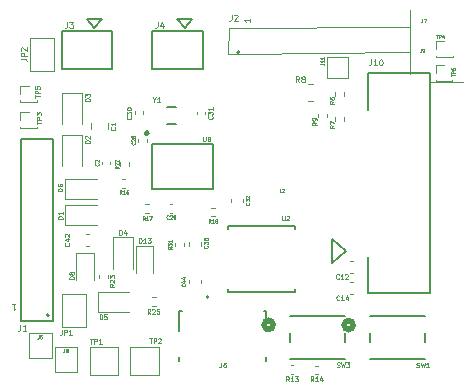
<source format=gbr>
%TF.GenerationSoftware,KiCad,Pcbnew,9.0.2*%
%TF.CreationDate,2025-07-25T10:59:28-07:00*%
%TF.ProjectId,OuterBoard_4.2,4f757465-7242-46f6-9172-645f342e322e,rev?*%
%TF.SameCoordinates,Original*%
%TF.FileFunction,Legend,Top*%
%TF.FilePolarity,Positive*%
%FSLAX46Y46*%
G04 Gerber Fmt 4.6, Leading zero omitted, Abs format (unit mm)*
G04 Created by KiCad (PCBNEW 9.0.2) date 2025-07-25 10:59:28*
%MOMM*%
%LPD*%
G01*
G04 APERTURE LIST*
%ADD10C,0.100000*%
%ADD11C,0.090000*%
%ADD12C,0.070000*%
%ADD13C,0.080000*%
%ADD14C,0.060000*%
%ADD15C,0.120000*%
%ADD16C,0.200000*%
%ADD17C,0.152400*%
%ADD18C,0.127000*%
%ADD19C,0.304800*%
%ADD20C,0.508000*%
G04 APERTURE END LIST*
D10*
X150540000Y-76290000D02*
X150540000Y-74820000D01*
X122310000Y-103340000D02*
X120445180Y-103340000D01*
X122310000Y-105480000D02*
X122310000Y-103340000D01*
X120454820Y-105480000D02*
X122310000Y-105480000D01*
X120445180Y-103340000D02*
X120454820Y-105480000D01*
X118230000Y-102190000D02*
X118230000Y-104290000D01*
X120180000Y-104290000D02*
X118230000Y-104290000D01*
X120180000Y-102190000D02*
X120180000Y-104290000D01*
X118230000Y-102190000D02*
X120180000Y-102190000D01*
X152165800Y-80960000D02*
X154950000Y-80960000D01*
X150540000Y-78420000D02*
X150540000Y-80220000D01*
X150540000Y-76290000D02*
X149930000Y-76290000D01*
X150540000Y-78420000D02*
X150540000Y-76290000D01*
X150180000Y-78417500D02*
X150540000Y-78420000D01*
X136035000Y-78522500D02*
X150180000Y-78417500D01*
X136310000Y-78522500D02*
X135115000Y-78530000D01*
X143450000Y-78820000D02*
X143450000Y-80450000D01*
X143450000Y-80600000D02*
X145260000Y-80600000D01*
X149930000Y-76290000D02*
X135140000Y-76330000D01*
X143450000Y-78820000D02*
X145260000Y-78810000D01*
X145260000Y-80600000D02*
X145260000Y-78840000D01*
X143450000Y-80450000D02*
X143450000Y-80600000D01*
X135115000Y-78530000D02*
X135140000Y-76330000D01*
D11*
X136956629Y-75557142D02*
X136956629Y-75842856D01*
X136956629Y-75699999D02*
X136456629Y-75699999D01*
X136456629Y-75699999D02*
X136528058Y-75747618D01*
X136528058Y-75747618D02*
X136575677Y-75795237D01*
X136575677Y-75795237D02*
X136599486Y-75842856D01*
D12*
X151560000Y-75565145D02*
X151560000Y-75779431D01*
X151560000Y-75779431D02*
X151545715Y-75822288D01*
X151545715Y-75822288D02*
X151517143Y-75850860D01*
X151517143Y-75850860D02*
X151474286Y-75865145D01*
X151474286Y-75865145D02*
X151445715Y-75865145D01*
X151674286Y-75565145D02*
X151874286Y-75565145D01*
X151874286Y-75565145D02*
X151745714Y-75865145D01*
X136856574Y-91142856D02*
X136870860Y-91157142D01*
X136870860Y-91157142D02*
X136885145Y-91199999D01*
X136885145Y-91199999D02*
X136885145Y-91228571D01*
X136885145Y-91228571D02*
X136870860Y-91271428D01*
X136870860Y-91271428D02*
X136842288Y-91299999D01*
X136842288Y-91299999D02*
X136813717Y-91314285D01*
X136813717Y-91314285D02*
X136756574Y-91328571D01*
X136756574Y-91328571D02*
X136713717Y-91328571D01*
X136713717Y-91328571D02*
X136656574Y-91314285D01*
X136656574Y-91314285D02*
X136628002Y-91299999D01*
X136628002Y-91299999D02*
X136599431Y-91271428D01*
X136599431Y-91271428D02*
X136585145Y-91228571D01*
X136585145Y-91228571D02*
X136585145Y-91199999D01*
X136585145Y-91199999D02*
X136599431Y-91157142D01*
X136599431Y-91157142D02*
X136613717Y-91142856D01*
X136585145Y-91042856D02*
X136585145Y-90857142D01*
X136585145Y-90857142D02*
X136699431Y-90957142D01*
X136699431Y-90957142D02*
X136699431Y-90914285D01*
X136699431Y-90914285D02*
X136713717Y-90885714D01*
X136713717Y-90885714D02*
X136728002Y-90871428D01*
X136728002Y-90871428D02*
X136756574Y-90857142D01*
X136756574Y-90857142D02*
X136828002Y-90857142D01*
X136828002Y-90857142D02*
X136856574Y-90871428D01*
X136856574Y-90871428D02*
X136870860Y-90885714D01*
X136870860Y-90885714D02*
X136885145Y-90914285D01*
X136885145Y-90914285D02*
X136885145Y-90999999D01*
X136885145Y-90999999D02*
X136870860Y-91028571D01*
X136870860Y-91028571D02*
X136856574Y-91042856D01*
X136613717Y-90742857D02*
X136599431Y-90728571D01*
X136599431Y-90728571D02*
X136585145Y-90700000D01*
X136585145Y-90700000D02*
X136585145Y-90628571D01*
X136585145Y-90628571D02*
X136599431Y-90600000D01*
X136599431Y-90600000D02*
X136613717Y-90585714D01*
X136613717Y-90585714D02*
X136642288Y-90571428D01*
X136642288Y-90571428D02*
X136670860Y-90571428D01*
X136670860Y-90571428D02*
X136713717Y-90585714D01*
X136713717Y-90585714D02*
X136885145Y-90757142D01*
X136885145Y-90757142D02*
X136885145Y-90571428D01*
D11*
X135403333Y-75236629D02*
X135403333Y-75593772D01*
X135403333Y-75593772D02*
X135379524Y-75665200D01*
X135379524Y-75665200D02*
X135331905Y-75712820D01*
X135331905Y-75712820D02*
X135260476Y-75736629D01*
X135260476Y-75736629D02*
X135212857Y-75736629D01*
X135617619Y-75284248D02*
X135641428Y-75260439D01*
X135641428Y-75260439D02*
X135689047Y-75236629D01*
X135689047Y-75236629D02*
X135808095Y-75236629D01*
X135808095Y-75236629D02*
X135855714Y-75260439D01*
X135855714Y-75260439D02*
X135879523Y-75284248D01*
X135879523Y-75284248D02*
X135903333Y-75331867D01*
X135903333Y-75331867D02*
X135903333Y-75379486D01*
X135903333Y-75379486D02*
X135879523Y-75450915D01*
X135879523Y-75450915D02*
X135593809Y-75736629D01*
X135593809Y-75736629D02*
X135903333Y-75736629D01*
D13*
X144472857Y-97562792D02*
X144453809Y-97581840D01*
X144453809Y-97581840D02*
X144396667Y-97600887D01*
X144396667Y-97600887D02*
X144358571Y-97600887D01*
X144358571Y-97600887D02*
X144301428Y-97581840D01*
X144301428Y-97581840D02*
X144263333Y-97543744D01*
X144263333Y-97543744D02*
X144244286Y-97505649D01*
X144244286Y-97505649D02*
X144225238Y-97429459D01*
X144225238Y-97429459D02*
X144225238Y-97372316D01*
X144225238Y-97372316D02*
X144244286Y-97296125D01*
X144244286Y-97296125D02*
X144263333Y-97258030D01*
X144263333Y-97258030D02*
X144301428Y-97219935D01*
X144301428Y-97219935D02*
X144358571Y-97200887D01*
X144358571Y-97200887D02*
X144396667Y-97200887D01*
X144396667Y-97200887D02*
X144453809Y-97219935D01*
X144453809Y-97219935D02*
X144472857Y-97238982D01*
X144853809Y-97600887D02*
X144625238Y-97600887D01*
X144739524Y-97600887D02*
X144739524Y-97200887D01*
X144739524Y-97200887D02*
X144701428Y-97258030D01*
X144701428Y-97258030D02*
X144663333Y-97296125D01*
X144663333Y-97296125D02*
X144625238Y-97315173D01*
X145006190Y-97238982D02*
X145025238Y-97219935D01*
X145025238Y-97219935D02*
X145063333Y-97200887D01*
X145063333Y-97200887D02*
X145158571Y-97200887D01*
X145158571Y-97200887D02*
X145196666Y-97219935D01*
X145196666Y-97219935D02*
X145215714Y-97238982D01*
X145215714Y-97238982D02*
X145234761Y-97277078D01*
X145234761Y-97277078D02*
X145234761Y-97315173D01*
X145234761Y-97315173D02*
X145215714Y-97372316D01*
X145215714Y-97372316D02*
X144987142Y-97600887D01*
X144987142Y-97600887D02*
X145234761Y-97600887D01*
X139655238Y-92250887D02*
X139655238Y-92574697D01*
X139655238Y-92574697D02*
X139674285Y-92612792D01*
X139674285Y-92612792D02*
X139693333Y-92631840D01*
X139693333Y-92631840D02*
X139731428Y-92650887D01*
X139731428Y-92650887D02*
X139807619Y-92650887D01*
X139807619Y-92650887D02*
X139845714Y-92631840D01*
X139845714Y-92631840D02*
X139864761Y-92612792D01*
X139864761Y-92612792D02*
X139883809Y-92574697D01*
X139883809Y-92574697D02*
X139883809Y-92250887D01*
X140055238Y-92288982D02*
X140074286Y-92269935D01*
X140074286Y-92269935D02*
X140112381Y-92250887D01*
X140112381Y-92250887D02*
X140207619Y-92250887D01*
X140207619Y-92250887D02*
X140245714Y-92269935D01*
X140245714Y-92269935D02*
X140264762Y-92288982D01*
X140264762Y-92288982D02*
X140283809Y-92327078D01*
X140283809Y-92327078D02*
X140283809Y-92365173D01*
X140283809Y-92365173D02*
X140264762Y-92422316D01*
X140264762Y-92422316D02*
X140036190Y-92650887D01*
X140036190Y-92650887D02*
X140283809Y-92650887D01*
X140242857Y-106260887D02*
X140109524Y-106070411D01*
X140014286Y-106260887D02*
X140014286Y-105860887D01*
X140014286Y-105860887D02*
X140166667Y-105860887D01*
X140166667Y-105860887D02*
X140204762Y-105879935D01*
X140204762Y-105879935D02*
X140223809Y-105898982D01*
X140223809Y-105898982D02*
X140242857Y-105937078D01*
X140242857Y-105937078D02*
X140242857Y-105994220D01*
X140242857Y-105994220D02*
X140223809Y-106032316D01*
X140223809Y-106032316D02*
X140204762Y-106051363D01*
X140204762Y-106051363D02*
X140166667Y-106070411D01*
X140166667Y-106070411D02*
X140014286Y-106070411D01*
X140623809Y-106260887D02*
X140395238Y-106260887D01*
X140509524Y-106260887D02*
X140509524Y-105860887D01*
X140509524Y-105860887D02*
X140471428Y-105918030D01*
X140471428Y-105918030D02*
X140433333Y-105956125D01*
X140433333Y-105956125D02*
X140395238Y-105975173D01*
X140757142Y-105860887D02*
X141004761Y-105860887D01*
X141004761Y-105860887D02*
X140871428Y-106013268D01*
X140871428Y-106013268D02*
X140928571Y-106013268D01*
X140928571Y-106013268D02*
X140966666Y-106032316D01*
X140966666Y-106032316D02*
X140985714Y-106051363D01*
X140985714Y-106051363D02*
X141004761Y-106089459D01*
X141004761Y-106089459D02*
X141004761Y-106184697D01*
X141004761Y-106184697D02*
X140985714Y-106222792D01*
X140985714Y-106222792D02*
X140966666Y-106241840D01*
X140966666Y-106241840D02*
X140928571Y-106260887D01*
X140928571Y-106260887D02*
X140814285Y-106260887D01*
X140814285Y-106260887D02*
X140776190Y-106241840D01*
X140776190Y-106241840D02*
X140757142Y-106222792D01*
X133762792Y-83827142D02*
X133781840Y-83846190D01*
X133781840Y-83846190D02*
X133800887Y-83903332D01*
X133800887Y-83903332D02*
X133800887Y-83941428D01*
X133800887Y-83941428D02*
X133781840Y-83998571D01*
X133781840Y-83998571D02*
X133743744Y-84036666D01*
X133743744Y-84036666D02*
X133705649Y-84055713D01*
X133705649Y-84055713D02*
X133629459Y-84074761D01*
X133629459Y-84074761D02*
X133572316Y-84074761D01*
X133572316Y-84074761D02*
X133496125Y-84055713D01*
X133496125Y-84055713D02*
X133458030Y-84036666D01*
X133458030Y-84036666D02*
X133419935Y-83998571D01*
X133419935Y-83998571D02*
X133400887Y-83941428D01*
X133400887Y-83941428D02*
X133400887Y-83903332D01*
X133400887Y-83903332D02*
X133419935Y-83846190D01*
X133419935Y-83846190D02*
X133438982Y-83827142D01*
X133400887Y-83693809D02*
X133400887Y-83446190D01*
X133400887Y-83446190D02*
X133553268Y-83579523D01*
X133553268Y-83579523D02*
X133553268Y-83522380D01*
X133553268Y-83522380D02*
X133572316Y-83484285D01*
X133572316Y-83484285D02*
X133591363Y-83465237D01*
X133591363Y-83465237D02*
X133629459Y-83446190D01*
X133629459Y-83446190D02*
X133724697Y-83446190D01*
X133724697Y-83446190D02*
X133762792Y-83465237D01*
X133762792Y-83465237D02*
X133781840Y-83484285D01*
X133781840Y-83484285D02*
X133800887Y-83522380D01*
X133800887Y-83522380D02*
X133800887Y-83636666D01*
X133800887Y-83636666D02*
X133781840Y-83674761D01*
X133781840Y-83674761D02*
X133762792Y-83693809D01*
X133800887Y-83065238D02*
X133800887Y-83293809D01*
X133800887Y-83179523D02*
X133400887Y-83179523D01*
X133400887Y-83179523D02*
X133458030Y-83217619D01*
X133458030Y-83217619D02*
X133496125Y-83255714D01*
X133496125Y-83255714D02*
X133515173Y-83293809D01*
D12*
X121230000Y-103525145D02*
X121230000Y-103739431D01*
X121230000Y-103739431D02*
X121215715Y-103782288D01*
X121215715Y-103782288D02*
X121187143Y-103810860D01*
X121187143Y-103810860D02*
X121144286Y-103825145D01*
X121144286Y-103825145D02*
X121115715Y-103825145D01*
X121415714Y-103653717D02*
X121387143Y-103639431D01*
X121387143Y-103639431D02*
X121372857Y-103625145D01*
X121372857Y-103625145D02*
X121358571Y-103596574D01*
X121358571Y-103596574D02*
X121358571Y-103582288D01*
X121358571Y-103582288D02*
X121372857Y-103553717D01*
X121372857Y-103553717D02*
X121387143Y-103539431D01*
X121387143Y-103539431D02*
X121415714Y-103525145D01*
X121415714Y-103525145D02*
X121472857Y-103525145D01*
X121472857Y-103525145D02*
X121501429Y-103539431D01*
X121501429Y-103539431D02*
X121515714Y-103553717D01*
X121515714Y-103553717D02*
X121530000Y-103582288D01*
X121530000Y-103582288D02*
X121530000Y-103596574D01*
X121530000Y-103596574D02*
X121515714Y-103625145D01*
X121515714Y-103625145D02*
X121501429Y-103639431D01*
X121501429Y-103639431D02*
X121472857Y-103653717D01*
X121472857Y-103653717D02*
X121415714Y-103653717D01*
X121415714Y-103653717D02*
X121387143Y-103668002D01*
X121387143Y-103668002D02*
X121372857Y-103682288D01*
X121372857Y-103682288D02*
X121358571Y-103710860D01*
X121358571Y-103710860D02*
X121358571Y-103768002D01*
X121358571Y-103768002D02*
X121372857Y-103796574D01*
X121372857Y-103796574D02*
X121387143Y-103810860D01*
X121387143Y-103810860D02*
X121415714Y-103825145D01*
X121415714Y-103825145D02*
X121472857Y-103825145D01*
X121472857Y-103825145D02*
X121501429Y-103810860D01*
X121501429Y-103810860D02*
X121515714Y-103796574D01*
X121515714Y-103796574D02*
X121530000Y-103768002D01*
X121530000Y-103768002D02*
X121530000Y-103710860D01*
X121530000Y-103710860D02*
X121515714Y-103682288D01*
X121515714Y-103682288D02*
X121501429Y-103668002D01*
X121501429Y-103668002D02*
X121472857Y-103653717D01*
X118891407Y-84474761D02*
X118891407Y-84246190D01*
X119291407Y-84360476D02*
X118891407Y-84360476D01*
X119291407Y-84112856D02*
X118891407Y-84112856D01*
X118891407Y-84112856D02*
X118891407Y-83960475D01*
X118891407Y-83960475D02*
X118910455Y-83922380D01*
X118910455Y-83922380D02*
X118929502Y-83903333D01*
X118929502Y-83903333D02*
X118967598Y-83884285D01*
X118967598Y-83884285D02*
X119024740Y-83884285D01*
X119024740Y-83884285D02*
X119062836Y-83903333D01*
X119062836Y-83903333D02*
X119081883Y-83922380D01*
X119081883Y-83922380D02*
X119100931Y-83960475D01*
X119100931Y-83960475D02*
X119100931Y-84112856D01*
X118891407Y-83750952D02*
X118891407Y-83503333D01*
X118891407Y-83503333D02*
X119043788Y-83636666D01*
X119043788Y-83636666D02*
X119043788Y-83579523D01*
X119043788Y-83579523D02*
X119062836Y-83541428D01*
X119062836Y-83541428D02*
X119081883Y-83522380D01*
X119081883Y-83522380D02*
X119119979Y-83503333D01*
X119119979Y-83503333D02*
X119215217Y-83503333D01*
X119215217Y-83503333D02*
X119253312Y-83522380D01*
X119253312Y-83522380D02*
X119272360Y-83541428D01*
X119272360Y-83541428D02*
X119291407Y-83579523D01*
X119291407Y-83579523D02*
X119291407Y-83693809D01*
X119291407Y-83693809D02*
X119272360Y-83731904D01*
X119272360Y-83731904D02*
X119253312Y-83750952D01*
D13*
X122060887Y-97615237D02*
X121660887Y-97615237D01*
X121660887Y-97615237D02*
X121660887Y-97519999D01*
X121660887Y-97519999D02*
X121679935Y-97462856D01*
X121679935Y-97462856D02*
X121718030Y-97424761D01*
X121718030Y-97424761D02*
X121756125Y-97405714D01*
X121756125Y-97405714D02*
X121832316Y-97386666D01*
X121832316Y-97386666D02*
X121889459Y-97386666D01*
X121889459Y-97386666D02*
X121965649Y-97405714D01*
X121965649Y-97405714D02*
X122003744Y-97424761D01*
X122003744Y-97424761D02*
X122041840Y-97462856D01*
X122041840Y-97462856D02*
X122060887Y-97519999D01*
X122060887Y-97519999D02*
X122060887Y-97615237D01*
X121832316Y-97158095D02*
X121813268Y-97196190D01*
X121813268Y-97196190D02*
X121794220Y-97215237D01*
X121794220Y-97215237D02*
X121756125Y-97234285D01*
X121756125Y-97234285D02*
X121737078Y-97234285D01*
X121737078Y-97234285D02*
X121698982Y-97215237D01*
X121698982Y-97215237D02*
X121679935Y-97196190D01*
X121679935Y-97196190D02*
X121660887Y-97158095D01*
X121660887Y-97158095D02*
X121660887Y-97081904D01*
X121660887Y-97081904D02*
X121679935Y-97043809D01*
X121679935Y-97043809D02*
X121698982Y-97024761D01*
X121698982Y-97024761D02*
X121737078Y-97005714D01*
X121737078Y-97005714D02*
X121756125Y-97005714D01*
X121756125Y-97005714D02*
X121794220Y-97024761D01*
X121794220Y-97024761D02*
X121813268Y-97043809D01*
X121813268Y-97043809D02*
X121832316Y-97081904D01*
X121832316Y-97081904D02*
X121832316Y-97158095D01*
X121832316Y-97158095D02*
X121851363Y-97196190D01*
X121851363Y-97196190D02*
X121870411Y-97215237D01*
X121870411Y-97215237D02*
X121908506Y-97234285D01*
X121908506Y-97234285D02*
X121984697Y-97234285D01*
X121984697Y-97234285D02*
X122022792Y-97215237D01*
X122022792Y-97215237D02*
X122041840Y-97196190D01*
X122041840Y-97196190D02*
X122060887Y-97158095D01*
X122060887Y-97158095D02*
X122060887Y-97081904D01*
X122060887Y-97081904D02*
X122041840Y-97043809D01*
X122041840Y-97043809D02*
X122022792Y-97024761D01*
X122022792Y-97024761D02*
X121984697Y-97005714D01*
X121984697Y-97005714D02*
X121908506Y-97005714D01*
X121908506Y-97005714D02*
X121870411Y-97024761D01*
X121870411Y-97024761D02*
X121851363Y-97043809D01*
X121851363Y-97043809D02*
X121832316Y-97081904D01*
D12*
X118761407Y-82254761D02*
X118761407Y-82026190D01*
X119161407Y-82140476D02*
X118761407Y-82140476D01*
X119161407Y-81892856D02*
X118761407Y-81892856D01*
X118761407Y-81892856D02*
X118761407Y-81740475D01*
X118761407Y-81740475D02*
X118780455Y-81702380D01*
X118780455Y-81702380D02*
X118799502Y-81683333D01*
X118799502Y-81683333D02*
X118837598Y-81664285D01*
X118837598Y-81664285D02*
X118894740Y-81664285D01*
X118894740Y-81664285D02*
X118932836Y-81683333D01*
X118932836Y-81683333D02*
X118951883Y-81702380D01*
X118951883Y-81702380D02*
X118970931Y-81740475D01*
X118970931Y-81740475D02*
X118970931Y-81892856D01*
X118761407Y-81302380D02*
X118761407Y-81492856D01*
X118761407Y-81492856D02*
X118951883Y-81511904D01*
X118951883Y-81511904D02*
X118932836Y-81492856D01*
X118932836Y-81492856D02*
X118913788Y-81454761D01*
X118913788Y-81454761D02*
X118913788Y-81359523D01*
X118913788Y-81359523D02*
X118932836Y-81321428D01*
X118932836Y-81321428D02*
X118951883Y-81302380D01*
X118951883Y-81302380D02*
X118989979Y-81283333D01*
X118989979Y-81283333D02*
X119085217Y-81283333D01*
X119085217Y-81283333D02*
X119123312Y-81302380D01*
X119123312Y-81302380D02*
X119142360Y-81321428D01*
X119142360Y-81321428D02*
X119161407Y-81359523D01*
X119161407Y-81359523D02*
X119161407Y-81454761D01*
X119161407Y-81454761D02*
X119142360Y-81492856D01*
X119142360Y-81492856D02*
X119123312Y-81511904D01*
D10*
X117546109Y-78986666D02*
X117903252Y-78986666D01*
X117903252Y-78986666D02*
X117974680Y-79010475D01*
X117974680Y-79010475D02*
X118022300Y-79058094D01*
X118022300Y-79058094D02*
X118046109Y-79129523D01*
X118046109Y-79129523D02*
X118046109Y-79177142D01*
X118046109Y-78748571D02*
X117546109Y-78748571D01*
X117546109Y-78748571D02*
X117546109Y-78558095D01*
X117546109Y-78558095D02*
X117569919Y-78510476D01*
X117569919Y-78510476D02*
X117593728Y-78486666D01*
X117593728Y-78486666D02*
X117641347Y-78462857D01*
X117641347Y-78462857D02*
X117712776Y-78462857D01*
X117712776Y-78462857D02*
X117760395Y-78486666D01*
X117760395Y-78486666D02*
X117784204Y-78510476D01*
X117784204Y-78510476D02*
X117808014Y-78558095D01*
X117808014Y-78558095D02*
X117808014Y-78748571D01*
X117593728Y-78272380D02*
X117569919Y-78248571D01*
X117569919Y-78248571D02*
X117546109Y-78200952D01*
X117546109Y-78200952D02*
X117546109Y-78081904D01*
X117546109Y-78081904D02*
X117569919Y-78034285D01*
X117569919Y-78034285D02*
X117593728Y-78010476D01*
X117593728Y-78010476D02*
X117641347Y-77986666D01*
X117641347Y-77986666D02*
X117688966Y-77986666D01*
X117688966Y-77986666D02*
X117760395Y-78010476D01*
X117760395Y-78010476D02*
X118046109Y-78296190D01*
X118046109Y-78296190D02*
X118046109Y-77986666D01*
D12*
X144091407Y-82566666D02*
X143900931Y-82699999D01*
X144091407Y-82795237D02*
X143691407Y-82795237D01*
X143691407Y-82795237D02*
X143691407Y-82642856D01*
X143691407Y-82642856D02*
X143710455Y-82604761D01*
X143710455Y-82604761D02*
X143729502Y-82585714D01*
X143729502Y-82585714D02*
X143767598Y-82566666D01*
X143767598Y-82566666D02*
X143824740Y-82566666D01*
X143824740Y-82566666D02*
X143862836Y-82585714D01*
X143862836Y-82585714D02*
X143881883Y-82604761D01*
X143881883Y-82604761D02*
X143900931Y-82642856D01*
X143900931Y-82642856D02*
X143900931Y-82795237D01*
X143691407Y-82223809D02*
X143691407Y-82299999D01*
X143691407Y-82299999D02*
X143710455Y-82338095D01*
X143710455Y-82338095D02*
X143729502Y-82357142D01*
X143729502Y-82357142D02*
X143786645Y-82395237D01*
X143786645Y-82395237D02*
X143862836Y-82414285D01*
X143862836Y-82414285D02*
X144015217Y-82414285D01*
X144015217Y-82414285D02*
X144053312Y-82395237D01*
X144053312Y-82395237D02*
X144072360Y-82376190D01*
X144072360Y-82376190D02*
X144091407Y-82338095D01*
X144091407Y-82338095D02*
X144091407Y-82261904D01*
X144091407Y-82261904D02*
X144072360Y-82223809D01*
X144072360Y-82223809D02*
X144053312Y-82204761D01*
X144053312Y-82204761D02*
X144015217Y-82185714D01*
X144015217Y-82185714D02*
X143919979Y-82185714D01*
X143919979Y-82185714D02*
X143881883Y-82204761D01*
X143881883Y-82204761D02*
X143862836Y-82223809D01*
X143862836Y-82223809D02*
X143843788Y-82261904D01*
X143843788Y-82261904D02*
X143843788Y-82338095D01*
X143843788Y-82338095D02*
X143862836Y-82376190D01*
X143862836Y-82376190D02*
X143881883Y-82395237D01*
X143881883Y-82395237D02*
X143919979Y-82414285D01*
D11*
X147205238Y-79016629D02*
X147205238Y-79373772D01*
X147205238Y-79373772D02*
X147181429Y-79445200D01*
X147181429Y-79445200D02*
X147133810Y-79492820D01*
X147133810Y-79492820D02*
X147062381Y-79516629D01*
X147062381Y-79516629D02*
X147014762Y-79516629D01*
X147705238Y-79516629D02*
X147419524Y-79516629D01*
X147562381Y-79516629D02*
X147562381Y-79016629D01*
X147562381Y-79016629D02*
X147514762Y-79088058D01*
X147514762Y-79088058D02*
X147467143Y-79135677D01*
X147467143Y-79135677D02*
X147419524Y-79159486D01*
X148014761Y-79016629D02*
X148062380Y-79016629D01*
X148062380Y-79016629D02*
X148109999Y-79040439D01*
X148109999Y-79040439D02*
X148133809Y-79064248D01*
X148133809Y-79064248D02*
X148157618Y-79111867D01*
X148157618Y-79111867D02*
X148181428Y-79207105D01*
X148181428Y-79207105D02*
X148181428Y-79326153D01*
X148181428Y-79326153D02*
X148157618Y-79421391D01*
X148157618Y-79421391D02*
X148133809Y-79469010D01*
X148133809Y-79469010D02*
X148109999Y-79492820D01*
X148109999Y-79492820D02*
X148062380Y-79516629D01*
X148062380Y-79516629D02*
X148014761Y-79516629D01*
X148014761Y-79516629D02*
X147967142Y-79492820D01*
X147967142Y-79492820D02*
X147943333Y-79469010D01*
X147943333Y-79469010D02*
X147919523Y-79421391D01*
X147919523Y-79421391D02*
X147895714Y-79326153D01*
X147895714Y-79326153D02*
X147895714Y-79207105D01*
X147895714Y-79207105D02*
X147919523Y-79111867D01*
X147919523Y-79111867D02*
X147943333Y-79064248D01*
X147943333Y-79064248D02*
X147967142Y-79040439D01*
X147967142Y-79040439D02*
X148014761Y-79016629D01*
D12*
X119060000Y-102355145D02*
X119060000Y-102569431D01*
X119060000Y-102569431D02*
X119045715Y-102612288D01*
X119045715Y-102612288D02*
X119017143Y-102640860D01*
X119017143Y-102640860D02*
X118974286Y-102655145D01*
X118974286Y-102655145D02*
X118945715Y-102655145D01*
X119345714Y-102355145D02*
X119202857Y-102355145D01*
X119202857Y-102355145D02*
X119188571Y-102498002D01*
X119188571Y-102498002D02*
X119202857Y-102483717D01*
X119202857Y-102483717D02*
X119231429Y-102469431D01*
X119231429Y-102469431D02*
X119302857Y-102469431D01*
X119302857Y-102469431D02*
X119331429Y-102483717D01*
X119331429Y-102483717D02*
X119345714Y-102498002D01*
X119345714Y-102498002D02*
X119360000Y-102526574D01*
X119360000Y-102526574D02*
X119360000Y-102598002D01*
X119360000Y-102598002D02*
X119345714Y-102626574D01*
X119345714Y-102626574D02*
X119331429Y-102640860D01*
X119331429Y-102640860D02*
X119302857Y-102655145D01*
X119302857Y-102655145D02*
X119231429Y-102655145D01*
X119231429Y-102655145D02*
X119202857Y-102640860D01*
X119202857Y-102640860D02*
X119188571Y-102626574D01*
D13*
X123400887Y-86105237D02*
X123000887Y-86105237D01*
X123000887Y-86105237D02*
X123000887Y-86009999D01*
X123000887Y-86009999D02*
X123019935Y-85952856D01*
X123019935Y-85952856D02*
X123058030Y-85914761D01*
X123058030Y-85914761D02*
X123096125Y-85895714D01*
X123096125Y-85895714D02*
X123172316Y-85876666D01*
X123172316Y-85876666D02*
X123229459Y-85876666D01*
X123229459Y-85876666D02*
X123305649Y-85895714D01*
X123305649Y-85895714D02*
X123343744Y-85914761D01*
X123343744Y-85914761D02*
X123381840Y-85952856D01*
X123381840Y-85952856D02*
X123400887Y-86009999D01*
X123400887Y-86009999D02*
X123400887Y-86105237D01*
X123038982Y-85724285D02*
X123019935Y-85705237D01*
X123019935Y-85705237D02*
X123000887Y-85667142D01*
X123000887Y-85667142D02*
X123000887Y-85571904D01*
X123000887Y-85571904D02*
X123019935Y-85533809D01*
X123019935Y-85533809D02*
X123038982Y-85514761D01*
X123038982Y-85514761D02*
X123077078Y-85495714D01*
X123077078Y-85495714D02*
X123115173Y-85495714D01*
X123115173Y-85495714D02*
X123172316Y-85514761D01*
X123172316Y-85514761D02*
X123400887Y-85743333D01*
X123400887Y-85743333D02*
X123400887Y-85495714D01*
X121632792Y-94567142D02*
X121651840Y-94586190D01*
X121651840Y-94586190D02*
X121670887Y-94643332D01*
X121670887Y-94643332D02*
X121670887Y-94681428D01*
X121670887Y-94681428D02*
X121651840Y-94738571D01*
X121651840Y-94738571D02*
X121613744Y-94776666D01*
X121613744Y-94776666D02*
X121575649Y-94795713D01*
X121575649Y-94795713D02*
X121499459Y-94814761D01*
X121499459Y-94814761D02*
X121442316Y-94814761D01*
X121442316Y-94814761D02*
X121366125Y-94795713D01*
X121366125Y-94795713D02*
X121328030Y-94776666D01*
X121328030Y-94776666D02*
X121289935Y-94738571D01*
X121289935Y-94738571D02*
X121270887Y-94681428D01*
X121270887Y-94681428D02*
X121270887Y-94643332D01*
X121270887Y-94643332D02*
X121289935Y-94586190D01*
X121289935Y-94586190D02*
X121308982Y-94567142D01*
X121404220Y-94224285D02*
X121670887Y-94224285D01*
X121251840Y-94319523D02*
X121537554Y-94414761D01*
X121537554Y-94414761D02*
X121537554Y-94167142D01*
X121308982Y-94033809D02*
X121289935Y-94014761D01*
X121289935Y-94014761D02*
X121270887Y-93976666D01*
X121270887Y-93976666D02*
X121270887Y-93881428D01*
X121270887Y-93881428D02*
X121289935Y-93843333D01*
X121289935Y-93843333D02*
X121308982Y-93824285D01*
X121308982Y-93824285D02*
X121347078Y-93805238D01*
X121347078Y-93805238D02*
X121385173Y-93805238D01*
X121385173Y-93805238D02*
X121442316Y-93824285D01*
X121442316Y-93824285D02*
X121670887Y-94052857D01*
X121670887Y-94052857D02*
X121670887Y-93805238D01*
X123390887Y-82535237D02*
X122990887Y-82535237D01*
X122990887Y-82535237D02*
X122990887Y-82439999D01*
X122990887Y-82439999D02*
X123009935Y-82382856D01*
X123009935Y-82382856D02*
X123048030Y-82344761D01*
X123048030Y-82344761D02*
X123086125Y-82325714D01*
X123086125Y-82325714D02*
X123162316Y-82306666D01*
X123162316Y-82306666D02*
X123219459Y-82306666D01*
X123219459Y-82306666D02*
X123295649Y-82325714D01*
X123295649Y-82325714D02*
X123333744Y-82344761D01*
X123333744Y-82344761D02*
X123371840Y-82382856D01*
X123371840Y-82382856D02*
X123390887Y-82439999D01*
X123390887Y-82439999D02*
X123390887Y-82535237D01*
X122990887Y-82173333D02*
X122990887Y-81925714D01*
X122990887Y-81925714D02*
X123143268Y-82059047D01*
X123143268Y-82059047D02*
X123143268Y-82001904D01*
X123143268Y-82001904D02*
X123162316Y-81963809D01*
X123162316Y-81963809D02*
X123181363Y-81944761D01*
X123181363Y-81944761D02*
X123219459Y-81925714D01*
X123219459Y-81925714D02*
X123314697Y-81925714D01*
X123314697Y-81925714D02*
X123352792Y-81944761D01*
X123352792Y-81944761D02*
X123371840Y-81963809D01*
X123371840Y-81963809D02*
X123390887Y-82001904D01*
X123390887Y-82001904D02*
X123390887Y-82116190D01*
X123390887Y-82116190D02*
X123371840Y-82154285D01*
X123371840Y-82154285D02*
X123352792Y-82173333D01*
X144100887Y-84606666D02*
X143910411Y-84739999D01*
X144100887Y-84835237D02*
X143700887Y-84835237D01*
X143700887Y-84835237D02*
X143700887Y-84682856D01*
X143700887Y-84682856D02*
X143719935Y-84644761D01*
X143719935Y-84644761D02*
X143738982Y-84625714D01*
X143738982Y-84625714D02*
X143777078Y-84606666D01*
X143777078Y-84606666D02*
X143834220Y-84606666D01*
X143834220Y-84606666D02*
X143872316Y-84625714D01*
X143872316Y-84625714D02*
X143891363Y-84644761D01*
X143891363Y-84644761D02*
X143910411Y-84682856D01*
X143910411Y-84682856D02*
X143910411Y-84835237D01*
X143700887Y-84473333D02*
X143700887Y-84206666D01*
X143700887Y-84206666D02*
X144100887Y-84378095D01*
X127554286Y-94550887D02*
X127554286Y-94150887D01*
X127554286Y-94150887D02*
X127649524Y-94150887D01*
X127649524Y-94150887D02*
X127706667Y-94169935D01*
X127706667Y-94169935D02*
X127744762Y-94208030D01*
X127744762Y-94208030D02*
X127763809Y-94246125D01*
X127763809Y-94246125D02*
X127782857Y-94322316D01*
X127782857Y-94322316D02*
X127782857Y-94379459D01*
X127782857Y-94379459D02*
X127763809Y-94455649D01*
X127763809Y-94455649D02*
X127744762Y-94493744D01*
X127744762Y-94493744D02*
X127706667Y-94531840D01*
X127706667Y-94531840D02*
X127649524Y-94550887D01*
X127649524Y-94550887D02*
X127554286Y-94550887D01*
X128163809Y-94550887D02*
X127935238Y-94550887D01*
X128049524Y-94550887D02*
X128049524Y-94150887D01*
X128049524Y-94150887D02*
X128011428Y-94208030D01*
X128011428Y-94208030D02*
X127973333Y-94246125D01*
X127973333Y-94246125D02*
X127935238Y-94265173D01*
X128297142Y-94150887D02*
X128544761Y-94150887D01*
X128544761Y-94150887D02*
X128411428Y-94303268D01*
X128411428Y-94303268D02*
X128468571Y-94303268D01*
X128468571Y-94303268D02*
X128506666Y-94322316D01*
X128506666Y-94322316D02*
X128525714Y-94341363D01*
X128525714Y-94341363D02*
X128544761Y-94379459D01*
X128544761Y-94379459D02*
X128544761Y-94474697D01*
X128544761Y-94474697D02*
X128525714Y-94512792D01*
X128525714Y-94512792D02*
X128506666Y-94531840D01*
X128506666Y-94531840D02*
X128468571Y-94550887D01*
X128468571Y-94550887D02*
X128354285Y-94550887D01*
X128354285Y-94550887D02*
X128316190Y-94531840D01*
X128316190Y-94531840D02*
X128297142Y-94512792D01*
X128522857Y-100560887D02*
X128389524Y-100370411D01*
X128294286Y-100560887D02*
X128294286Y-100160887D01*
X128294286Y-100160887D02*
X128446667Y-100160887D01*
X128446667Y-100160887D02*
X128484762Y-100179935D01*
X128484762Y-100179935D02*
X128503809Y-100198982D01*
X128503809Y-100198982D02*
X128522857Y-100237078D01*
X128522857Y-100237078D02*
X128522857Y-100294220D01*
X128522857Y-100294220D02*
X128503809Y-100332316D01*
X128503809Y-100332316D02*
X128484762Y-100351363D01*
X128484762Y-100351363D02*
X128446667Y-100370411D01*
X128446667Y-100370411D02*
X128294286Y-100370411D01*
X128675238Y-100198982D02*
X128694286Y-100179935D01*
X128694286Y-100179935D02*
X128732381Y-100160887D01*
X128732381Y-100160887D02*
X128827619Y-100160887D01*
X128827619Y-100160887D02*
X128865714Y-100179935D01*
X128865714Y-100179935D02*
X128884762Y-100198982D01*
X128884762Y-100198982D02*
X128903809Y-100237078D01*
X128903809Y-100237078D02*
X128903809Y-100275173D01*
X128903809Y-100275173D02*
X128884762Y-100332316D01*
X128884762Y-100332316D02*
X128656190Y-100560887D01*
X128656190Y-100560887D02*
X128903809Y-100560887D01*
X129265714Y-100160887D02*
X129075238Y-100160887D01*
X129075238Y-100160887D02*
X129056190Y-100351363D01*
X129056190Y-100351363D02*
X129075238Y-100332316D01*
X129075238Y-100332316D02*
X129113333Y-100313268D01*
X129113333Y-100313268D02*
X129208571Y-100313268D01*
X129208571Y-100313268D02*
X129246666Y-100332316D01*
X129246666Y-100332316D02*
X129265714Y-100351363D01*
X129265714Y-100351363D02*
X129284761Y-100389459D01*
X129284761Y-100389459D02*
X129284761Y-100484697D01*
X129284761Y-100484697D02*
X129265714Y-100522792D01*
X129265714Y-100522792D02*
X129246666Y-100541840D01*
X129246666Y-100541840D02*
X129208571Y-100560887D01*
X129208571Y-100560887D02*
X129113333Y-100560887D01*
X129113333Y-100560887D02*
X129075238Y-100541840D01*
X129075238Y-100541840D02*
X129056190Y-100522792D01*
D12*
X139610000Y-90255145D02*
X139467143Y-90255145D01*
X139467143Y-90255145D02*
X139467143Y-89955145D01*
X139695714Y-89983717D02*
X139710000Y-89969431D01*
X139710000Y-89969431D02*
X139738572Y-89955145D01*
X139738572Y-89955145D02*
X139810000Y-89955145D01*
X139810000Y-89955145D02*
X139838572Y-89969431D01*
X139838572Y-89969431D02*
X139852857Y-89983717D01*
X139852857Y-89983717D02*
X139867143Y-90012288D01*
X139867143Y-90012288D02*
X139867143Y-90040860D01*
X139867143Y-90040860D02*
X139852857Y-90083717D01*
X139852857Y-90083717D02*
X139681429Y-90255145D01*
X139681429Y-90255145D02*
X139867143Y-90255145D01*
D13*
X126872792Y-83837142D02*
X126891840Y-83856190D01*
X126891840Y-83856190D02*
X126910887Y-83913332D01*
X126910887Y-83913332D02*
X126910887Y-83951428D01*
X126910887Y-83951428D02*
X126891840Y-84008571D01*
X126891840Y-84008571D02*
X126853744Y-84046666D01*
X126853744Y-84046666D02*
X126815649Y-84065713D01*
X126815649Y-84065713D02*
X126739459Y-84084761D01*
X126739459Y-84084761D02*
X126682316Y-84084761D01*
X126682316Y-84084761D02*
X126606125Y-84065713D01*
X126606125Y-84065713D02*
X126568030Y-84046666D01*
X126568030Y-84046666D02*
X126529935Y-84008571D01*
X126529935Y-84008571D02*
X126510887Y-83951428D01*
X126510887Y-83951428D02*
X126510887Y-83913332D01*
X126510887Y-83913332D02*
X126529935Y-83856190D01*
X126529935Y-83856190D02*
X126548982Y-83837142D01*
X126510887Y-83703809D02*
X126510887Y-83456190D01*
X126510887Y-83456190D02*
X126663268Y-83589523D01*
X126663268Y-83589523D02*
X126663268Y-83532380D01*
X126663268Y-83532380D02*
X126682316Y-83494285D01*
X126682316Y-83494285D02*
X126701363Y-83475237D01*
X126701363Y-83475237D02*
X126739459Y-83456190D01*
X126739459Y-83456190D02*
X126834697Y-83456190D01*
X126834697Y-83456190D02*
X126872792Y-83475237D01*
X126872792Y-83475237D02*
X126891840Y-83494285D01*
X126891840Y-83494285D02*
X126910887Y-83532380D01*
X126910887Y-83532380D02*
X126910887Y-83646666D01*
X126910887Y-83646666D02*
X126891840Y-83684761D01*
X126891840Y-83684761D02*
X126872792Y-83703809D01*
X126510887Y-83208571D02*
X126510887Y-83170476D01*
X126510887Y-83170476D02*
X126529935Y-83132380D01*
X126529935Y-83132380D02*
X126548982Y-83113333D01*
X126548982Y-83113333D02*
X126587078Y-83094285D01*
X126587078Y-83094285D02*
X126663268Y-83075238D01*
X126663268Y-83075238D02*
X126758506Y-83075238D01*
X126758506Y-83075238D02*
X126834697Y-83094285D01*
X126834697Y-83094285D02*
X126872792Y-83113333D01*
X126872792Y-83113333D02*
X126891840Y-83132380D01*
X126891840Y-83132380D02*
X126910887Y-83170476D01*
X126910887Y-83170476D02*
X126910887Y-83208571D01*
X126910887Y-83208571D02*
X126891840Y-83246666D01*
X126891840Y-83246666D02*
X126872792Y-83265714D01*
X126872792Y-83265714D02*
X126834697Y-83284761D01*
X126834697Y-83284761D02*
X126758506Y-83303809D01*
X126758506Y-83303809D02*
X126663268Y-83303809D01*
X126663268Y-83303809D02*
X126587078Y-83284761D01*
X126587078Y-83284761D02*
X126548982Y-83265714D01*
X126548982Y-83265714D02*
X126529935Y-83246666D01*
X126529935Y-83246666D02*
X126510887Y-83208571D01*
D11*
X141126666Y-80946629D02*
X140960000Y-80708534D01*
X140840952Y-80946629D02*
X140840952Y-80446629D01*
X140840952Y-80446629D02*
X141031428Y-80446629D01*
X141031428Y-80446629D02*
X141079047Y-80470439D01*
X141079047Y-80470439D02*
X141102857Y-80494248D01*
X141102857Y-80494248D02*
X141126666Y-80541867D01*
X141126666Y-80541867D02*
X141126666Y-80613296D01*
X141126666Y-80613296D02*
X141102857Y-80660915D01*
X141102857Y-80660915D02*
X141079047Y-80684724D01*
X141079047Y-80684724D02*
X141031428Y-80708534D01*
X141031428Y-80708534D02*
X140840952Y-80708534D01*
X141412381Y-80660915D02*
X141364762Y-80637105D01*
X141364762Y-80637105D02*
X141340952Y-80613296D01*
X141340952Y-80613296D02*
X141317143Y-80565677D01*
X141317143Y-80565677D02*
X141317143Y-80541867D01*
X141317143Y-80541867D02*
X141340952Y-80494248D01*
X141340952Y-80494248D02*
X141364762Y-80470439D01*
X141364762Y-80470439D02*
X141412381Y-80446629D01*
X141412381Y-80446629D02*
X141507619Y-80446629D01*
X141507619Y-80446629D02*
X141555238Y-80470439D01*
X141555238Y-80470439D02*
X141579047Y-80494248D01*
X141579047Y-80494248D02*
X141602857Y-80541867D01*
X141602857Y-80541867D02*
X141602857Y-80565677D01*
X141602857Y-80565677D02*
X141579047Y-80613296D01*
X141579047Y-80613296D02*
X141555238Y-80637105D01*
X141555238Y-80637105D02*
X141507619Y-80660915D01*
X141507619Y-80660915D02*
X141412381Y-80660915D01*
X141412381Y-80660915D02*
X141364762Y-80684724D01*
X141364762Y-80684724D02*
X141340952Y-80708534D01*
X141340952Y-80708534D02*
X141317143Y-80756153D01*
X141317143Y-80756153D02*
X141317143Y-80851391D01*
X141317143Y-80851391D02*
X141340952Y-80899010D01*
X141340952Y-80899010D02*
X141364762Y-80922820D01*
X141364762Y-80922820D02*
X141412381Y-80946629D01*
X141412381Y-80946629D02*
X141507619Y-80946629D01*
X141507619Y-80946629D02*
X141555238Y-80922820D01*
X141555238Y-80922820D02*
X141579047Y-80899010D01*
X141579047Y-80899010D02*
X141602857Y-80851391D01*
X141602857Y-80851391D02*
X141602857Y-80756153D01*
X141602857Y-80756153D02*
X141579047Y-80708534D01*
X141579047Y-80708534D02*
X141555238Y-80684724D01*
X141555238Y-80684724D02*
X141507619Y-80660915D01*
D12*
X130067143Y-92486574D02*
X130052857Y-92500860D01*
X130052857Y-92500860D02*
X130010000Y-92515145D01*
X130010000Y-92515145D02*
X129981428Y-92515145D01*
X129981428Y-92515145D02*
X129938571Y-92500860D01*
X129938571Y-92500860D02*
X129910000Y-92472288D01*
X129910000Y-92472288D02*
X129895714Y-92443717D01*
X129895714Y-92443717D02*
X129881428Y-92386574D01*
X129881428Y-92386574D02*
X129881428Y-92343717D01*
X129881428Y-92343717D02*
X129895714Y-92286574D01*
X129895714Y-92286574D02*
X129910000Y-92258002D01*
X129910000Y-92258002D02*
X129938571Y-92229431D01*
X129938571Y-92229431D02*
X129981428Y-92215145D01*
X129981428Y-92215145D02*
X130010000Y-92215145D01*
X130010000Y-92215145D02*
X130052857Y-92229431D01*
X130052857Y-92229431D02*
X130067143Y-92243717D01*
X130181428Y-92243717D02*
X130195714Y-92229431D01*
X130195714Y-92229431D02*
X130224286Y-92215145D01*
X130224286Y-92215145D02*
X130295714Y-92215145D01*
X130295714Y-92215145D02*
X130324286Y-92229431D01*
X130324286Y-92229431D02*
X130338571Y-92243717D01*
X130338571Y-92243717D02*
X130352857Y-92272288D01*
X130352857Y-92272288D02*
X130352857Y-92300860D01*
X130352857Y-92300860D02*
X130338571Y-92343717D01*
X130338571Y-92343717D02*
X130167143Y-92515145D01*
X130167143Y-92515145D02*
X130352857Y-92515145D01*
X130495714Y-92515145D02*
X130552857Y-92515145D01*
X130552857Y-92515145D02*
X130581428Y-92500860D01*
X130581428Y-92500860D02*
X130595714Y-92486574D01*
X130595714Y-92486574D02*
X130624285Y-92443717D01*
X130624285Y-92443717D02*
X130638571Y-92386574D01*
X130638571Y-92386574D02*
X130638571Y-92272288D01*
X130638571Y-92272288D02*
X130624285Y-92243717D01*
X130624285Y-92243717D02*
X130610000Y-92229431D01*
X130610000Y-92229431D02*
X130581428Y-92215145D01*
X130581428Y-92215145D02*
X130524285Y-92215145D01*
X130524285Y-92215145D02*
X130495714Y-92229431D01*
X130495714Y-92229431D02*
X130481428Y-92243717D01*
X130481428Y-92243717D02*
X130467142Y-92272288D01*
X130467142Y-92272288D02*
X130467142Y-92343717D01*
X130467142Y-92343717D02*
X130481428Y-92372288D01*
X130481428Y-92372288D02*
X130495714Y-92386574D01*
X130495714Y-92386574D02*
X130524285Y-92400860D01*
X130524285Y-92400860D02*
X130581428Y-92400860D01*
X130581428Y-92400860D02*
X130610000Y-92386574D01*
X130610000Y-92386574D02*
X130624285Y-92372288D01*
X130624285Y-92372288D02*
X130638571Y-92343717D01*
D13*
X144512857Y-99362792D02*
X144493809Y-99381840D01*
X144493809Y-99381840D02*
X144436667Y-99400887D01*
X144436667Y-99400887D02*
X144398571Y-99400887D01*
X144398571Y-99400887D02*
X144341428Y-99381840D01*
X144341428Y-99381840D02*
X144303333Y-99343744D01*
X144303333Y-99343744D02*
X144284286Y-99305649D01*
X144284286Y-99305649D02*
X144265238Y-99229459D01*
X144265238Y-99229459D02*
X144265238Y-99172316D01*
X144265238Y-99172316D02*
X144284286Y-99096125D01*
X144284286Y-99096125D02*
X144303333Y-99058030D01*
X144303333Y-99058030D02*
X144341428Y-99019935D01*
X144341428Y-99019935D02*
X144398571Y-99000887D01*
X144398571Y-99000887D02*
X144436667Y-99000887D01*
X144436667Y-99000887D02*
X144493809Y-99019935D01*
X144493809Y-99019935D02*
X144512857Y-99038982D01*
X144893809Y-99400887D02*
X144665238Y-99400887D01*
X144779524Y-99400887D02*
X144779524Y-99000887D01*
X144779524Y-99000887D02*
X144741428Y-99058030D01*
X144741428Y-99058030D02*
X144703333Y-99096125D01*
X144703333Y-99096125D02*
X144665238Y-99115173D01*
X145236666Y-99134220D02*
X145236666Y-99400887D01*
X145141428Y-98981840D02*
X145046190Y-99267554D01*
X145046190Y-99267554D02*
X145293809Y-99267554D01*
X123415238Y-102670887D02*
X123643809Y-102670887D01*
X123529523Y-103070887D02*
X123529523Y-102670887D01*
X123777143Y-103070887D02*
X123777143Y-102670887D01*
X123777143Y-102670887D02*
X123929524Y-102670887D01*
X123929524Y-102670887D02*
X123967619Y-102689935D01*
X123967619Y-102689935D02*
X123986666Y-102708982D01*
X123986666Y-102708982D02*
X124005714Y-102747078D01*
X124005714Y-102747078D02*
X124005714Y-102804220D01*
X124005714Y-102804220D02*
X123986666Y-102842316D01*
X123986666Y-102842316D02*
X123967619Y-102861363D01*
X123967619Y-102861363D02*
X123929524Y-102880411D01*
X123929524Y-102880411D02*
X123777143Y-102880411D01*
X124386666Y-103070887D02*
X124158095Y-103070887D01*
X124272381Y-103070887D02*
X124272381Y-102670887D01*
X124272381Y-102670887D02*
X124234285Y-102728030D01*
X124234285Y-102728030D02*
X124196190Y-102766125D01*
X124196190Y-102766125D02*
X124158095Y-102785173D01*
D14*
X153995665Y-80458570D02*
X153995665Y-80287142D01*
X154295665Y-80372856D02*
X153995665Y-80372856D01*
X154295665Y-80187142D02*
X153995665Y-80187142D01*
X153995665Y-80187142D02*
X153995665Y-80072856D01*
X153995665Y-80072856D02*
X154009951Y-80044285D01*
X154009951Y-80044285D02*
X154024237Y-80029999D01*
X154024237Y-80029999D02*
X154052808Y-80015713D01*
X154052808Y-80015713D02*
X154095665Y-80015713D01*
X154095665Y-80015713D02*
X154124237Y-80029999D01*
X154124237Y-80029999D02*
X154138522Y-80044285D01*
X154138522Y-80044285D02*
X154152808Y-80072856D01*
X154152808Y-80072856D02*
X154152808Y-80187142D01*
X153995665Y-79758571D02*
X153995665Y-79815713D01*
X153995665Y-79815713D02*
X154009951Y-79844285D01*
X154009951Y-79844285D02*
X154024237Y-79858571D01*
X154024237Y-79858571D02*
X154067094Y-79887142D01*
X154067094Y-79887142D02*
X154124237Y-79901428D01*
X154124237Y-79901428D02*
X154238522Y-79901428D01*
X154238522Y-79901428D02*
X154267094Y-79887142D01*
X154267094Y-79887142D02*
X154281380Y-79872856D01*
X154281380Y-79872856D02*
X154295665Y-79844285D01*
X154295665Y-79844285D02*
X154295665Y-79787142D01*
X154295665Y-79787142D02*
X154281380Y-79758571D01*
X154281380Y-79758571D02*
X154267094Y-79744285D01*
X154267094Y-79744285D02*
X154238522Y-79729999D01*
X154238522Y-79729999D02*
X154167094Y-79729999D01*
X154167094Y-79729999D02*
X154138522Y-79744285D01*
X154138522Y-79744285D02*
X154124237Y-79758571D01*
X154124237Y-79758571D02*
X154109951Y-79787142D01*
X154109951Y-79787142D02*
X154109951Y-79844285D01*
X154109951Y-79844285D02*
X154124237Y-79872856D01*
X154124237Y-79872856D02*
X154138522Y-79887142D01*
X154138522Y-79887142D02*
X154167094Y-79901428D01*
D10*
X121483333Y-75846109D02*
X121483333Y-76203252D01*
X121483333Y-76203252D02*
X121459524Y-76274680D01*
X121459524Y-76274680D02*
X121411905Y-76322300D01*
X121411905Y-76322300D02*
X121340476Y-76346109D01*
X121340476Y-76346109D02*
X121292857Y-76346109D01*
X121673809Y-75846109D02*
X121983333Y-75846109D01*
X121983333Y-75846109D02*
X121816666Y-76036585D01*
X121816666Y-76036585D02*
X121888095Y-76036585D01*
X121888095Y-76036585D02*
X121935714Y-76060395D01*
X121935714Y-76060395D02*
X121959523Y-76084204D01*
X121959523Y-76084204D02*
X121983333Y-76131823D01*
X121983333Y-76131823D02*
X121983333Y-76250871D01*
X121983333Y-76250871D02*
X121959523Y-76298490D01*
X121959523Y-76298490D02*
X121935714Y-76322300D01*
X121935714Y-76322300D02*
X121888095Y-76346109D01*
X121888095Y-76346109D02*
X121745238Y-76346109D01*
X121745238Y-76346109D02*
X121697619Y-76322300D01*
X121697619Y-76322300D02*
X121673809Y-76298490D01*
D12*
X124116574Y-87819999D02*
X124130860Y-87834285D01*
X124130860Y-87834285D02*
X124145145Y-87877142D01*
X124145145Y-87877142D02*
X124145145Y-87905714D01*
X124145145Y-87905714D02*
X124130860Y-87948571D01*
X124130860Y-87948571D02*
X124102288Y-87977142D01*
X124102288Y-87977142D02*
X124073717Y-87991428D01*
X124073717Y-87991428D02*
X124016574Y-88005714D01*
X124016574Y-88005714D02*
X123973717Y-88005714D01*
X123973717Y-88005714D02*
X123916574Y-87991428D01*
X123916574Y-87991428D02*
X123888002Y-87977142D01*
X123888002Y-87977142D02*
X123859431Y-87948571D01*
X123859431Y-87948571D02*
X123845145Y-87905714D01*
X123845145Y-87905714D02*
X123845145Y-87877142D01*
X123845145Y-87877142D02*
X123859431Y-87834285D01*
X123859431Y-87834285D02*
X123873717Y-87819999D01*
X123873717Y-87705714D02*
X123859431Y-87691428D01*
X123859431Y-87691428D02*
X123845145Y-87662857D01*
X123845145Y-87662857D02*
X123845145Y-87591428D01*
X123845145Y-87591428D02*
X123859431Y-87562857D01*
X123859431Y-87562857D02*
X123873717Y-87548571D01*
X123873717Y-87548571D02*
X123902288Y-87534285D01*
X123902288Y-87534285D02*
X123930860Y-87534285D01*
X123930860Y-87534285D02*
X123973717Y-87548571D01*
X123973717Y-87548571D02*
X124145145Y-87719999D01*
X124145145Y-87719999D02*
X124145145Y-87534285D01*
X125825145Y-88072856D02*
X125682288Y-88172856D01*
X125825145Y-88244285D02*
X125525145Y-88244285D01*
X125525145Y-88244285D02*
X125525145Y-88129999D01*
X125525145Y-88129999D02*
X125539431Y-88101428D01*
X125539431Y-88101428D02*
X125553717Y-88087142D01*
X125553717Y-88087142D02*
X125582288Y-88072856D01*
X125582288Y-88072856D02*
X125625145Y-88072856D01*
X125625145Y-88072856D02*
X125653717Y-88087142D01*
X125653717Y-88087142D02*
X125668002Y-88101428D01*
X125668002Y-88101428D02*
X125682288Y-88129999D01*
X125682288Y-88129999D02*
X125682288Y-88244285D01*
X125553717Y-87958571D02*
X125539431Y-87944285D01*
X125539431Y-87944285D02*
X125525145Y-87915714D01*
X125525145Y-87915714D02*
X125525145Y-87844285D01*
X125525145Y-87844285D02*
X125539431Y-87815714D01*
X125539431Y-87815714D02*
X125553717Y-87801428D01*
X125553717Y-87801428D02*
X125582288Y-87787142D01*
X125582288Y-87787142D02*
X125610860Y-87787142D01*
X125610860Y-87787142D02*
X125653717Y-87801428D01*
X125653717Y-87801428D02*
X125825145Y-87972856D01*
X125825145Y-87972856D02*
X125825145Y-87787142D01*
X125553717Y-87672857D02*
X125539431Y-87658571D01*
X125539431Y-87658571D02*
X125525145Y-87630000D01*
X125525145Y-87630000D02*
X125525145Y-87558571D01*
X125525145Y-87558571D02*
X125539431Y-87530000D01*
X125539431Y-87530000D02*
X125553717Y-87515714D01*
X125553717Y-87515714D02*
X125582288Y-87501428D01*
X125582288Y-87501428D02*
X125610860Y-87501428D01*
X125610860Y-87501428D02*
X125653717Y-87515714D01*
X125653717Y-87515714D02*
X125825145Y-87687142D01*
X125825145Y-87687142D02*
X125825145Y-87501428D01*
X130325145Y-94882856D02*
X130182288Y-94982856D01*
X130325145Y-95054285D02*
X130025145Y-95054285D01*
X130025145Y-95054285D02*
X130025145Y-94939999D01*
X130025145Y-94939999D02*
X130039431Y-94911428D01*
X130039431Y-94911428D02*
X130053717Y-94897142D01*
X130053717Y-94897142D02*
X130082288Y-94882856D01*
X130082288Y-94882856D02*
X130125145Y-94882856D01*
X130125145Y-94882856D02*
X130153717Y-94897142D01*
X130153717Y-94897142D02*
X130168002Y-94911428D01*
X130168002Y-94911428D02*
X130182288Y-94939999D01*
X130182288Y-94939999D02*
X130182288Y-95054285D01*
X130025145Y-94782856D02*
X130025145Y-94597142D01*
X130025145Y-94597142D02*
X130139431Y-94697142D01*
X130139431Y-94697142D02*
X130139431Y-94654285D01*
X130139431Y-94654285D02*
X130153717Y-94625714D01*
X130153717Y-94625714D02*
X130168002Y-94611428D01*
X130168002Y-94611428D02*
X130196574Y-94597142D01*
X130196574Y-94597142D02*
X130268002Y-94597142D01*
X130268002Y-94597142D02*
X130296574Y-94611428D01*
X130296574Y-94611428D02*
X130310860Y-94625714D01*
X130310860Y-94625714D02*
X130325145Y-94654285D01*
X130325145Y-94654285D02*
X130325145Y-94739999D01*
X130325145Y-94739999D02*
X130310860Y-94768571D01*
X130310860Y-94768571D02*
X130296574Y-94782856D01*
X130325145Y-94311428D02*
X130325145Y-94482857D01*
X130325145Y-94397142D02*
X130025145Y-94397142D01*
X130025145Y-94397142D02*
X130068002Y-94425714D01*
X130068002Y-94425714D02*
X130096574Y-94454285D01*
X130096574Y-94454285D02*
X130110860Y-94482857D01*
X151430000Y-78105145D02*
X151430000Y-78319431D01*
X151430000Y-78319431D02*
X151415715Y-78362288D01*
X151415715Y-78362288D02*
X151387143Y-78390860D01*
X151387143Y-78390860D02*
X151344286Y-78405145D01*
X151344286Y-78405145D02*
X151315715Y-78405145D01*
X151587143Y-78405145D02*
X151644286Y-78405145D01*
X151644286Y-78405145D02*
X151672857Y-78390860D01*
X151672857Y-78390860D02*
X151687143Y-78376574D01*
X151687143Y-78376574D02*
X151715714Y-78333717D01*
X151715714Y-78333717D02*
X151730000Y-78276574D01*
X151730000Y-78276574D02*
X151730000Y-78162288D01*
X151730000Y-78162288D02*
X151715714Y-78133717D01*
X151715714Y-78133717D02*
X151701429Y-78119431D01*
X151701429Y-78119431D02*
X151672857Y-78105145D01*
X151672857Y-78105145D02*
X151615714Y-78105145D01*
X151615714Y-78105145D02*
X151587143Y-78119431D01*
X151587143Y-78119431D02*
X151572857Y-78133717D01*
X151572857Y-78133717D02*
X151558571Y-78162288D01*
X151558571Y-78162288D02*
X151558571Y-78233717D01*
X151558571Y-78233717D02*
X151572857Y-78262288D01*
X151572857Y-78262288D02*
X151587143Y-78276574D01*
X151587143Y-78276574D02*
X151615714Y-78290860D01*
X151615714Y-78290860D02*
X151672857Y-78290860D01*
X151672857Y-78290860D02*
X151701429Y-78276574D01*
X151701429Y-78276574D02*
X151715714Y-78262288D01*
X151715714Y-78262288D02*
X151730000Y-78233717D01*
X142611407Y-84346666D02*
X142420931Y-84479999D01*
X142611407Y-84575237D02*
X142211407Y-84575237D01*
X142211407Y-84575237D02*
X142211407Y-84422856D01*
X142211407Y-84422856D02*
X142230455Y-84384761D01*
X142230455Y-84384761D02*
X142249502Y-84365714D01*
X142249502Y-84365714D02*
X142287598Y-84346666D01*
X142287598Y-84346666D02*
X142344740Y-84346666D01*
X142344740Y-84346666D02*
X142382836Y-84365714D01*
X142382836Y-84365714D02*
X142401883Y-84384761D01*
X142401883Y-84384761D02*
X142420931Y-84422856D01*
X142420931Y-84422856D02*
X142420931Y-84575237D01*
X142611407Y-84156190D02*
X142611407Y-84079999D01*
X142611407Y-84079999D02*
X142592360Y-84041904D01*
X142592360Y-84041904D02*
X142573312Y-84022856D01*
X142573312Y-84022856D02*
X142516169Y-83984761D01*
X142516169Y-83984761D02*
X142439979Y-83965714D01*
X142439979Y-83965714D02*
X142287598Y-83965714D01*
X142287598Y-83965714D02*
X142249502Y-83984761D01*
X142249502Y-83984761D02*
X142230455Y-84003809D01*
X142230455Y-84003809D02*
X142211407Y-84041904D01*
X142211407Y-84041904D02*
X142211407Y-84118095D01*
X142211407Y-84118095D02*
X142230455Y-84156190D01*
X142230455Y-84156190D02*
X142249502Y-84175237D01*
X142249502Y-84175237D02*
X142287598Y-84194285D01*
X142287598Y-84194285D02*
X142382836Y-84194285D01*
X142382836Y-84194285D02*
X142420931Y-84175237D01*
X142420931Y-84175237D02*
X142439979Y-84156190D01*
X142439979Y-84156190D02*
X142459026Y-84118095D01*
X142459026Y-84118095D02*
X142459026Y-84041904D01*
X142459026Y-84041904D02*
X142439979Y-84003809D01*
X142439979Y-84003809D02*
X142420931Y-83984761D01*
X142420931Y-83984761D02*
X142382836Y-83965714D01*
D11*
X129133333Y-75836629D02*
X129133333Y-76193772D01*
X129133333Y-76193772D02*
X129109524Y-76265200D01*
X129109524Y-76265200D02*
X129061905Y-76312820D01*
X129061905Y-76312820D02*
X128990476Y-76336629D01*
X128990476Y-76336629D02*
X128942857Y-76336629D01*
X129585714Y-76003296D02*
X129585714Y-76336629D01*
X129466666Y-75812820D02*
X129347619Y-76169962D01*
X129347619Y-76169962D02*
X129657142Y-76169962D01*
D13*
X142332857Y-106260887D02*
X142199524Y-106070411D01*
X142104286Y-106260887D02*
X142104286Y-105860887D01*
X142104286Y-105860887D02*
X142256667Y-105860887D01*
X142256667Y-105860887D02*
X142294762Y-105879935D01*
X142294762Y-105879935D02*
X142313809Y-105898982D01*
X142313809Y-105898982D02*
X142332857Y-105937078D01*
X142332857Y-105937078D02*
X142332857Y-105994220D01*
X142332857Y-105994220D02*
X142313809Y-106032316D01*
X142313809Y-106032316D02*
X142294762Y-106051363D01*
X142294762Y-106051363D02*
X142256667Y-106070411D01*
X142256667Y-106070411D02*
X142104286Y-106070411D01*
X142713809Y-106260887D02*
X142485238Y-106260887D01*
X142599524Y-106260887D02*
X142599524Y-105860887D01*
X142599524Y-105860887D02*
X142561428Y-105918030D01*
X142561428Y-105918030D02*
X142523333Y-105956125D01*
X142523333Y-105956125D02*
X142485238Y-105975173D01*
X143056666Y-105994220D02*
X143056666Y-106260887D01*
X142961428Y-105841840D02*
X142866190Y-106127554D01*
X142866190Y-106127554D02*
X143113809Y-106127554D01*
X128445238Y-102640887D02*
X128673809Y-102640887D01*
X128559523Y-103040887D02*
X128559523Y-102640887D01*
X128807143Y-103040887D02*
X128807143Y-102640887D01*
X128807143Y-102640887D02*
X128959524Y-102640887D01*
X128959524Y-102640887D02*
X128997619Y-102659935D01*
X128997619Y-102659935D02*
X129016666Y-102678982D01*
X129016666Y-102678982D02*
X129035714Y-102717078D01*
X129035714Y-102717078D02*
X129035714Y-102774220D01*
X129035714Y-102774220D02*
X129016666Y-102812316D01*
X129016666Y-102812316D02*
X128997619Y-102831363D01*
X128997619Y-102831363D02*
X128959524Y-102850411D01*
X128959524Y-102850411D02*
X128807143Y-102850411D01*
X129188095Y-102678982D02*
X129207143Y-102659935D01*
X129207143Y-102659935D02*
X129245238Y-102640887D01*
X129245238Y-102640887D02*
X129340476Y-102640887D01*
X129340476Y-102640887D02*
X129378571Y-102659935D01*
X129378571Y-102659935D02*
X129397619Y-102678982D01*
X129397619Y-102678982D02*
X129416666Y-102717078D01*
X129416666Y-102717078D02*
X129416666Y-102755173D01*
X129416666Y-102755173D02*
X129397619Y-102812316D01*
X129397619Y-102812316D02*
X129169047Y-103040887D01*
X129169047Y-103040887D02*
X129416666Y-103040887D01*
D14*
X133617143Y-92845665D02*
X133517143Y-92702808D01*
X133445714Y-92845665D02*
X133445714Y-92545665D01*
X133445714Y-92545665D02*
X133560000Y-92545665D01*
X133560000Y-92545665D02*
X133588571Y-92559951D01*
X133588571Y-92559951D02*
X133602857Y-92574237D01*
X133602857Y-92574237D02*
X133617143Y-92602808D01*
X133617143Y-92602808D02*
X133617143Y-92645665D01*
X133617143Y-92645665D02*
X133602857Y-92674237D01*
X133602857Y-92674237D02*
X133588571Y-92688522D01*
X133588571Y-92688522D02*
X133560000Y-92702808D01*
X133560000Y-92702808D02*
X133445714Y-92702808D01*
X133902857Y-92845665D02*
X133731428Y-92845665D01*
X133817143Y-92845665D02*
X133817143Y-92545665D01*
X133817143Y-92545665D02*
X133788571Y-92588522D01*
X133788571Y-92588522D02*
X133760000Y-92617094D01*
X133760000Y-92617094D02*
X133731428Y-92631380D01*
X134074285Y-92674237D02*
X134045714Y-92659951D01*
X134045714Y-92659951D02*
X134031428Y-92645665D01*
X134031428Y-92645665D02*
X134017142Y-92617094D01*
X134017142Y-92617094D02*
X134017142Y-92602808D01*
X134017142Y-92602808D02*
X134031428Y-92574237D01*
X134031428Y-92574237D02*
X134045714Y-92559951D01*
X134045714Y-92559951D02*
X134074285Y-92545665D01*
X134074285Y-92545665D02*
X134131428Y-92545665D01*
X134131428Y-92545665D02*
X134160000Y-92559951D01*
X134160000Y-92559951D02*
X134174285Y-92574237D01*
X134174285Y-92574237D02*
X134188571Y-92602808D01*
X134188571Y-92602808D02*
X134188571Y-92617094D01*
X134188571Y-92617094D02*
X134174285Y-92645665D01*
X134174285Y-92645665D02*
X134160000Y-92659951D01*
X134160000Y-92659951D02*
X134131428Y-92674237D01*
X134131428Y-92674237D02*
X134074285Y-92674237D01*
X134074285Y-92674237D02*
X134045714Y-92688522D01*
X134045714Y-92688522D02*
X134031428Y-92702808D01*
X134031428Y-92702808D02*
X134017142Y-92731380D01*
X134017142Y-92731380D02*
X134017142Y-92788522D01*
X134017142Y-92788522D02*
X134031428Y-92817094D01*
X134031428Y-92817094D02*
X134045714Y-92831380D01*
X134045714Y-92831380D02*
X134074285Y-92845665D01*
X134074285Y-92845665D02*
X134131428Y-92845665D01*
X134131428Y-92845665D02*
X134160000Y-92831380D01*
X134160000Y-92831380D02*
X134174285Y-92817094D01*
X134174285Y-92817094D02*
X134188571Y-92788522D01*
X134188571Y-92788522D02*
X134188571Y-92731380D01*
X134188571Y-92731380D02*
X134174285Y-92702808D01*
X134174285Y-92702808D02*
X134160000Y-92688522D01*
X134160000Y-92688522D02*
X134131428Y-92674237D01*
D13*
X132965238Y-85550887D02*
X132965238Y-85874697D01*
X132965238Y-85874697D02*
X132984285Y-85912792D01*
X132984285Y-85912792D02*
X133003333Y-85931840D01*
X133003333Y-85931840D02*
X133041428Y-85950887D01*
X133041428Y-85950887D02*
X133117619Y-85950887D01*
X133117619Y-85950887D02*
X133155714Y-85931840D01*
X133155714Y-85931840D02*
X133174761Y-85912792D01*
X133174761Y-85912792D02*
X133193809Y-85874697D01*
X133193809Y-85874697D02*
X133193809Y-85550887D01*
X133441428Y-85722316D02*
X133403333Y-85703268D01*
X133403333Y-85703268D02*
X133384286Y-85684220D01*
X133384286Y-85684220D02*
X133365238Y-85646125D01*
X133365238Y-85646125D02*
X133365238Y-85627078D01*
X133365238Y-85627078D02*
X133384286Y-85588982D01*
X133384286Y-85588982D02*
X133403333Y-85569935D01*
X133403333Y-85569935D02*
X133441428Y-85550887D01*
X133441428Y-85550887D02*
X133517619Y-85550887D01*
X133517619Y-85550887D02*
X133555714Y-85569935D01*
X133555714Y-85569935D02*
X133574762Y-85588982D01*
X133574762Y-85588982D02*
X133593809Y-85627078D01*
X133593809Y-85627078D02*
X133593809Y-85646125D01*
X133593809Y-85646125D02*
X133574762Y-85684220D01*
X133574762Y-85684220D02*
X133555714Y-85703268D01*
X133555714Y-85703268D02*
X133517619Y-85722316D01*
X133517619Y-85722316D02*
X133441428Y-85722316D01*
X133441428Y-85722316D02*
X133403333Y-85741363D01*
X133403333Y-85741363D02*
X133384286Y-85760411D01*
X133384286Y-85760411D02*
X133365238Y-85798506D01*
X133365238Y-85798506D02*
X133365238Y-85874697D01*
X133365238Y-85874697D02*
X133384286Y-85912792D01*
X133384286Y-85912792D02*
X133403333Y-85931840D01*
X133403333Y-85931840D02*
X133441428Y-85950887D01*
X133441428Y-85950887D02*
X133517619Y-85950887D01*
X133517619Y-85950887D02*
X133555714Y-85931840D01*
X133555714Y-85931840D02*
X133574762Y-85912792D01*
X133574762Y-85912792D02*
X133593809Y-85874697D01*
X133593809Y-85874697D02*
X133593809Y-85798506D01*
X133593809Y-85798506D02*
X133574762Y-85760411D01*
X133574762Y-85760411D02*
X133555714Y-85741363D01*
X133555714Y-85741363D02*
X133517619Y-85722316D01*
D12*
X133342249Y-94789884D02*
X133358916Y-94806551D01*
X133358916Y-94806551D02*
X133375582Y-94856551D01*
X133375582Y-94856551D02*
X133375582Y-94889884D01*
X133375582Y-94889884D02*
X133358916Y-94939884D01*
X133358916Y-94939884D02*
X133325582Y-94973218D01*
X133325582Y-94973218D02*
X133292249Y-94989884D01*
X133292249Y-94989884D02*
X133225582Y-95006551D01*
X133225582Y-95006551D02*
X133175582Y-95006551D01*
X133175582Y-95006551D02*
X133108916Y-94989884D01*
X133108916Y-94989884D02*
X133075582Y-94973218D01*
X133075582Y-94973218D02*
X133042249Y-94939884D01*
X133042249Y-94939884D02*
X133025582Y-94889884D01*
X133025582Y-94889884D02*
X133025582Y-94856551D01*
X133025582Y-94856551D02*
X133042249Y-94806551D01*
X133042249Y-94806551D02*
X133058916Y-94789884D01*
X133025582Y-94673218D02*
X133025582Y-94456551D01*
X133025582Y-94456551D02*
X133158916Y-94573218D01*
X133158916Y-94573218D02*
X133158916Y-94523218D01*
X133158916Y-94523218D02*
X133175582Y-94489884D01*
X133175582Y-94489884D02*
X133192249Y-94473218D01*
X133192249Y-94473218D02*
X133225582Y-94456551D01*
X133225582Y-94456551D02*
X133308916Y-94456551D01*
X133308916Y-94456551D02*
X133342249Y-94473218D01*
X133342249Y-94473218D02*
X133358916Y-94489884D01*
X133358916Y-94489884D02*
X133375582Y-94523218D01*
X133375582Y-94523218D02*
X133375582Y-94623218D01*
X133375582Y-94623218D02*
X133358916Y-94656551D01*
X133358916Y-94656551D02*
X133342249Y-94673218D01*
X133175582Y-94256551D02*
X133158916Y-94289885D01*
X133158916Y-94289885D02*
X133142249Y-94306551D01*
X133142249Y-94306551D02*
X133108916Y-94323218D01*
X133108916Y-94323218D02*
X133092249Y-94323218D01*
X133092249Y-94323218D02*
X133058916Y-94306551D01*
X133058916Y-94306551D02*
X133042249Y-94289885D01*
X133042249Y-94289885D02*
X133025582Y-94256551D01*
X133025582Y-94256551D02*
X133025582Y-94189885D01*
X133025582Y-94189885D02*
X133042249Y-94156551D01*
X133042249Y-94156551D02*
X133058916Y-94139885D01*
X133058916Y-94139885D02*
X133092249Y-94123218D01*
X133092249Y-94123218D02*
X133108916Y-94123218D01*
X133108916Y-94123218D02*
X133142249Y-94139885D01*
X133142249Y-94139885D02*
X133158916Y-94156551D01*
X133158916Y-94156551D02*
X133175582Y-94189885D01*
X133175582Y-94189885D02*
X133175582Y-94256551D01*
X133175582Y-94256551D02*
X133192249Y-94289885D01*
X133192249Y-94289885D02*
X133208916Y-94306551D01*
X133208916Y-94306551D02*
X133242249Y-94323218D01*
X133242249Y-94323218D02*
X133308916Y-94323218D01*
X133308916Y-94323218D02*
X133342249Y-94306551D01*
X133342249Y-94306551D02*
X133358916Y-94289885D01*
X133358916Y-94289885D02*
X133375582Y-94256551D01*
X133375582Y-94256551D02*
X133375582Y-94189885D01*
X133375582Y-94189885D02*
X133358916Y-94156551D01*
X133358916Y-94156551D02*
X133342249Y-94139885D01*
X133342249Y-94139885D02*
X133308916Y-94123218D01*
X133308916Y-94123218D02*
X133242249Y-94123218D01*
X133242249Y-94123218D02*
X133208916Y-94139885D01*
X133208916Y-94139885D02*
X133192249Y-94156551D01*
X133192249Y-94156551D02*
X133175582Y-94189885D01*
X126087143Y-90395145D02*
X125987143Y-90252288D01*
X125915714Y-90395145D02*
X125915714Y-90095145D01*
X125915714Y-90095145D02*
X126030000Y-90095145D01*
X126030000Y-90095145D02*
X126058571Y-90109431D01*
X126058571Y-90109431D02*
X126072857Y-90123717D01*
X126072857Y-90123717D02*
X126087143Y-90152288D01*
X126087143Y-90152288D02*
X126087143Y-90195145D01*
X126087143Y-90195145D02*
X126072857Y-90223717D01*
X126072857Y-90223717D02*
X126058571Y-90238002D01*
X126058571Y-90238002D02*
X126030000Y-90252288D01*
X126030000Y-90252288D02*
X125915714Y-90252288D01*
X126372857Y-90395145D02*
X126201428Y-90395145D01*
X126287143Y-90395145D02*
X126287143Y-90095145D01*
X126287143Y-90095145D02*
X126258571Y-90138002D01*
X126258571Y-90138002D02*
X126230000Y-90166574D01*
X126230000Y-90166574D02*
X126201428Y-90180860D01*
X126630000Y-90095145D02*
X126572857Y-90095145D01*
X126572857Y-90095145D02*
X126544285Y-90109431D01*
X126544285Y-90109431D02*
X126530000Y-90123717D01*
X126530000Y-90123717D02*
X126501428Y-90166574D01*
X126501428Y-90166574D02*
X126487142Y-90223717D01*
X126487142Y-90223717D02*
X126487142Y-90338002D01*
X126487142Y-90338002D02*
X126501428Y-90366574D01*
X126501428Y-90366574D02*
X126515714Y-90380860D01*
X126515714Y-90380860D02*
X126544285Y-90395145D01*
X126544285Y-90395145D02*
X126601428Y-90395145D01*
X126601428Y-90395145D02*
X126630000Y-90380860D01*
X126630000Y-90380860D02*
X126644285Y-90366574D01*
X126644285Y-90366574D02*
X126658571Y-90338002D01*
X126658571Y-90338002D02*
X126658571Y-90266574D01*
X126658571Y-90266574D02*
X126644285Y-90238002D01*
X126644285Y-90238002D02*
X126630000Y-90223717D01*
X126630000Y-90223717D02*
X126601428Y-90209431D01*
X126601428Y-90209431D02*
X126544285Y-90209431D01*
X126544285Y-90209431D02*
X126515714Y-90223717D01*
X126515714Y-90223717D02*
X126501428Y-90238002D01*
X126501428Y-90238002D02*
X126487142Y-90266574D01*
D14*
X152671429Y-76935665D02*
X152842858Y-76935665D01*
X152757143Y-77235665D02*
X152757143Y-76935665D01*
X152942857Y-77235665D02*
X152942857Y-76935665D01*
X152942857Y-76935665D02*
X153057143Y-76935665D01*
X153057143Y-76935665D02*
X153085714Y-76949951D01*
X153085714Y-76949951D02*
X153100000Y-76964237D01*
X153100000Y-76964237D02*
X153114286Y-76992808D01*
X153114286Y-76992808D02*
X153114286Y-77035665D01*
X153114286Y-77035665D02*
X153100000Y-77064237D01*
X153100000Y-77064237D02*
X153085714Y-77078522D01*
X153085714Y-77078522D02*
X153057143Y-77092808D01*
X153057143Y-77092808D02*
X152942857Y-77092808D01*
X153371429Y-77035665D02*
X153371429Y-77235665D01*
X153300000Y-76921380D02*
X153228571Y-77135665D01*
X153228571Y-77135665D02*
X153414286Y-77135665D01*
D13*
X121090887Y-92515237D02*
X120690887Y-92515237D01*
X120690887Y-92515237D02*
X120690887Y-92419999D01*
X120690887Y-92419999D02*
X120709935Y-92362856D01*
X120709935Y-92362856D02*
X120748030Y-92324761D01*
X120748030Y-92324761D02*
X120786125Y-92305714D01*
X120786125Y-92305714D02*
X120862316Y-92286666D01*
X120862316Y-92286666D02*
X120919459Y-92286666D01*
X120919459Y-92286666D02*
X120995649Y-92305714D01*
X120995649Y-92305714D02*
X121033744Y-92324761D01*
X121033744Y-92324761D02*
X121071840Y-92362856D01*
X121071840Y-92362856D02*
X121090887Y-92419999D01*
X121090887Y-92419999D02*
X121090887Y-92515237D01*
X121090887Y-91905714D02*
X121090887Y-92134285D01*
X121090887Y-92019999D02*
X120690887Y-92019999D01*
X120690887Y-92019999D02*
X120748030Y-92058095D01*
X120748030Y-92058095D02*
X120786125Y-92096190D01*
X120786125Y-92096190D02*
X120805173Y-92134285D01*
D12*
X131426574Y-98022856D02*
X131440860Y-98037142D01*
X131440860Y-98037142D02*
X131455145Y-98079999D01*
X131455145Y-98079999D02*
X131455145Y-98108571D01*
X131455145Y-98108571D02*
X131440860Y-98151428D01*
X131440860Y-98151428D02*
X131412288Y-98179999D01*
X131412288Y-98179999D02*
X131383717Y-98194285D01*
X131383717Y-98194285D02*
X131326574Y-98208571D01*
X131326574Y-98208571D02*
X131283717Y-98208571D01*
X131283717Y-98208571D02*
X131226574Y-98194285D01*
X131226574Y-98194285D02*
X131198002Y-98179999D01*
X131198002Y-98179999D02*
X131169431Y-98151428D01*
X131169431Y-98151428D02*
X131155145Y-98108571D01*
X131155145Y-98108571D02*
X131155145Y-98079999D01*
X131155145Y-98079999D02*
X131169431Y-98037142D01*
X131169431Y-98037142D02*
X131183717Y-98022856D01*
X131255145Y-97765714D02*
X131455145Y-97765714D01*
X131140860Y-97837142D02*
X131355145Y-97908571D01*
X131355145Y-97908571D02*
X131355145Y-97722856D01*
X131255145Y-97480000D02*
X131455145Y-97480000D01*
X131140860Y-97551428D02*
X131355145Y-97622857D01*
X131355145Y-97622857D02*
X131355145Y-97437142D01*
D13*
X125470887Y-98047142D02*
X125280411Y-98180475D01*
X125470887Y-98275713D02*
X125070887Y-98275713D01*
X125070887Y-98275713D02*
X125070887Y-98123332D01*
X125070887Y-98123332D02*
X125089935Y-98085237D01*
X125089935Y-98085237D02*
X125108982Y-98066190D01*
X125108982Y-98066190D02*
X125147078Y-98047142D01*
X125147078Y-98047142D02*
X125204220Y-98047142D01*
X125204220Y-98047142D02*
X125242316Y-98066190D01*
X125242316Y-98066190D02*
X125261363Y-98085237D01*
X125261363Y-98085237D02*
X125280411Y-98123332D01*
X125280411Y-98123332D02*
X125280411Y-98275713D01*
X125108982Y-97894761D02*
X125089935Y-97875713D01*
X125089935Y-97875713D02*
X125070887Y-97837618D01*
X125070887Y-97837618D02*
X125070887Y-97742380D01*
X125070887Y-97742380D02*
X125089935Y-97704285D01*
X125089935Y-97704285D02*
X125108982Y-97685237D01*
X125108982Y-97685237D02*
X125147078Y-97666190D01*
X125147078Y-97666190D02*
X125185173Y-97666190D01*
X125185173Y-97666190D02*
X125242316Y-97685237D01*
X125242316Y-97685237D02*
X125470887Y-97913809D01*
X125470887Y-97913809D02*
X125470887Y-97666190D01*
X125070887Y-97532857D02*
X125070887Y-97285238D01*
X125070887Y-97285238D02*
X125223268Y-97418571D01*
X125223268Y-97418571D02*
X125223268Y-97361428D01*
X125223268Y-97361428D02*
X125242316Y-97323333D01*
X125242316Y-97323333D02*
X125261363Y-97304285D01*
X125261363Y-97304285D02*
X125299459Y-97285238D01*
X125299459Y-97285238D02*
X125394697Y-97285238D01*
X125394697Y-97285238D02*
X125432792Y-97304285D01*
X125432792Y-97304285D02*
X125451840Y-97323333D01*
X125451840Y-97323333D02*
X125470887Y-97361428D01*
X125470887Y-97361428D02*
X125470887Y-97475714D01*
X125470887Y-97475714D02*
X125451840Y-97513809D01*
X125451840Y-97513809D02*
X125432792Y-97532857D01*
X124234762Y-101010887D02*
X124234762Y-100610887D01*
X124234762Y-100610887D02*
X124330000Y-100610887D01*
X124330000Y-100610887D02*
X124387143Y-100629935D01*
X124387143Y-100629935D02*
X124425238Y-100668030D01*
X124425238Y-100668030D02*
X124444285Y-100706125D01*
X124444285Y-100706125D02*
X124463333Y-100782316D01*
X124463333Y-100782316D02*
X124463333Y-100839459D01*
X124463333Y-100839459D02*
X124444285Y-100915649D01*
X124444285Y-100915649D02*
X124425238Y-100953744D01*
X124425238Y-100953744D02*
X124387143Y-100991840D01*
X124387143Y-100991840D02*
X124330000Y-101010887D01*
X124330000Y-101010887D02*
X124234762Y-101010887D01*
X124825238Y-100610887D02*
X124634762Y-100610887D01*
X124634762Y-100610887D02*
X124615714Y-100801363D01*
X124615714Y-100801363D02*
X124634762Y-100782316D01*
X124634762Y-100782316D02*
X124672857Y-100763268D01*
X124672857Y-100763268D02*
X124768095Y-100763268D01*
X124768095Y-100763268D02*
X124806190Y-100782316D01*
X124806190Y-100782316D02*
X124825238Y-100801363D01*
X124825238Y-100801363D02*
X124844285Y-100839459D01*
X124844285Y-100839459D02*
X124844285Y-100934697D01*
X124844285Y-100934697D02*
X124825238Y-100972792D01*
X124825238Y-100972792D02*
X124806190Y-100991840D01*
X124806190Y-100991840D02*
X124768095Y-101010887D01*
X124768095Y-101010887D02*
X124672857Y-101010887D01*
X124672857Y-101010887D02*
X124634762Y-100991840D01*
X124634762Y-100991840D02*
X124615714Y-100972792D01*
D12*
X128057143Y-92615145D02*
X127957143Y-92472288D01*
X127885714Y-92615145D02*
X127885714Y-92315145D01*
X127885714Y-92315145D02*
X128000000Y-92315145D01*
X128000000Y-92315145D02*
X128028571Y-92329431D01*
X128028571Y-92329431D02*
X128042857Y-92343717D01*
X128042857Y-92343717D02*
X128057143Y-92372288D01*
X128057143Y-92372288D02*
X128057143Y-92415145D01*
X128057143Y-92415145D02*
X128042857Y-92443717D01*
X128042857Y-92443717D02*
X128028571Y-92458002D01*
X128028571Y-92458002D02*
X128000000Y-92472288D01*
X128000000Y-92472288D02*
X127885714Y-92472288D01*
X128342857Y-92615145D02*
X128171428Y-92615145D01*
X128257143Y-92615145D02*
X128257143Y-92315145D01*
X128257143Y-92315145D02*
X128228571Y-92358002D01*
X128228571Y-92358002D02*
X128200000Y-92386574D01*
X128200000Y-92386574D02*
X128171428Y-92400860D01*
X128442857Y-92315145D02*
X128642857Y-92315145D01*
X128642857Y-92315145D02*
X128514285Y-92615145D01*
D13*
X121080887Y-90155237D02*
X120680887Y-90155237D01*
X120680887Y-90155237D02*
X120680887Y-90059999D01*
X120680887Y-90059999D02*
X120699935Y-90002856D01*
X120699935Y-90002856D02*
X120738030Y-89964761D01*
X120738030Y-89964761D02*
X120776125Y-89945714D01*
X120776125Y-89945714D02*
X120852316Y-89926666D01*
X120852316Y-89926666D02*
X120909459Y-89926666D01*
X120909459Y-89926666D02*
X120985649Y-89945714D01*
X120985649Y-89945714D02*
X121023744Y-89964761D01*
X121023744Y-89964761D02*
X121061840Y-90002856D01*
X121061840Y-90002856D02*
X121080887Y-90059999D01*
X121080887Y-90059999D02*
X121080887Y-90155237D01*
X120680887Y-89583809D02*
X120680887Y-89659999D01*
X120680887Y-89659999D02*
X120699935Y-89698095D01*
X120699935Y-89698095D02*
X120718982Y-89717142D01*
X120718982Y-89717142D02*
X120776125Y-89755237D01*
X120776125Y-89755237D02*
X120852316Y-89774285D01*
X120852316Y-89774285D02*
X121004697Y-89774285D01*
X121004697Y-89774285D02*
X121042792Y-89755237D01*
X121042792Y-89755237D02*
X121061840Y-89736190D01*
X121061840Y-89736190D02*
X121080887Y-89698095D01*
X121080887Y-89698095D02*
X121080887Y-89621904D01*
X121080887Y-89621904D02*
X121061840Y-89583809D01*
X121061840Y-89583809D02*
X121042792Y-89564761D01*
X121042792Y-89564761D02*
X121004697Y-89545714D01*
X121004697Y-89545714D02*
X120909459Y-89545714D01*
X120909459Y-89545714D02*
X120871363Y-89564761D01*
X120871363Y-89564761D02*
X120852316Y-89583809D01*
X120852316Y-89583809D02*
X120833268Y-89621904D01*
X120833268Y-89621904D02*
X120833268Y-89698095D01*
X120833268Y-89698095D02*
X120852316Y-89736190D01*
X120852316Y-89736190D02*
X120871363Y-89755237D01*
X120871363Y-89755237D02*
X120909459Y-89774285D01*
D12*
X134526666Y-104681407D02*
X134526666Y-104967121D01*
X134526666Y-104967121D02*
X134507619Y-105024264D01*
X134507619Y-105024264D02*
X134469523Y-105062360D01*
X134469523Y-105062360D02*
X134412381Y-105081407D01*
X134412381Y-105081407D02*
X134374285Y-105081407D01*
X134888571Y-104681407D02*
X134812381Y-104681407D01*
X134812381Y-104681407D02*
X134774285Y-104700455D01*
X134774285Y-104700455D02*
X134755238Y-104719502D01*
X134755238Y-104719502D02*
X134717143Y-104776645D01*
X134717143Y-104776645D02*
X134698095Y-104852836D01*
X134698095Y-104852836D02*
X134698095Y-105005217D01*
X134698095Y-105005217D02*
X134717143Y-105043312D01*
X134717143Y-105043312D02*
X134736190Y-105062360D01*
X134736190Y-105062360D02*
X134774285Y-105081407D01*
X134774285Y-105081407D02*
X134850476Y-105081407D01*
X134850476Y-105081407D02*
X134888571Y-105062360D01*
X134888571Y-105062360D02*
X134907619Y-105043312D01*
X134907619Y-105043312D02*
X134926666Y-105005217D01*
X134926666Y-105005217D02*
X134926666Y-104909979D01*
X134926666Y-104909979D02*
X134907619Y-104871883D01*
X134907619Y-104871883D02*
X134888571Y-104852836D01*
X134888571Y-104852836D02*
X134850476Y-104833788D01*
X134850476Y-104833788D02*
X134774285Y-104833788D01*
X134774285Y-104833788D02*
X134736190Y-104852836D01*
X134736190Y-104852836D02*
X134717143Y-104871883D01*
X134717143Y-104871883D02*
X134698095Y-104909979D01*
D13*
X128849524Y-82430411D02*
X128849524Y-82620887D01*
X128716191Y-82220887D02*
X128849524Y-82430411D01*
X128849524Y-82430411D02*
X128982857Y-82220887D01*
X129325714Y-82620887D02*
X129097143Y-82620887D01*
X129211429Y-82620887D02*
X129211429Y-82220887D01*
X129211429Y-82220887D02*
X129173333Y-82278030D01*
X129173333Y-82278030D02*
X129135238Y-82316125D01*
X129135238Y-82316125D02*
X129097143Y-82335173D01*
X125512792Y-84746666D02*
X125531840Y-84765714D01*
X125531840Y-84765714D02*
X125550887Y-84822856D01*
X125550887Y-84822856D02*
X125550887Y-84860952D01*
X125550887Y-84860952D02*
X125531840Y-84918095D01*
X125531840Y-84918095D02*
X125493744Y-84956190D01*
X125493744Y-84956190D02*
X125455649Y-84975237D01*
X125455649Y-84975237D02*
X125379459Y-84994285D01*
X125379459Y-84994285D02*
X125322316Y-84994285D01*
X125322316Y-84994285D02*
X125246125Y-84975237D01*
X125246125Y-84975237D02*
X125208030Y-84956190D01*
X125208030Y-84956190D02*
X125169935Y-84918095D01*
X125169935Y-84918095D02*
X125150887Y-84860952D01*
X125150887Y-84860952D02*
X125150887Y-84822856D01*
X125150887Y-84822856D02*
X125169935Y-84765714D01*
X125169935Y-84765714D02*
X125188982Y-84746666D01*
X125550887Y-84365714D02*
X125550887Y-84594285D01*
X125550887Y-84479999D02*
X125150887Y-84479999D01*
X125150887Y-84479999D02*
X125208030Y-84518095D01*
X125208030Y-84518095D02*
X125246125Y-84556190D01*
X125246125Y-84556190D02*
X125265173Y-84594285D01*
X144306667Y-105051840D02*
X144363810Y-105070887D01*
X144363810Y-105070887D02*
X144459048Y-105070887D01*
X144459048Y-105070887D02*
X144497143Y-105051840D01*
X144497143Y-105051840D02*
X144516191Y-105032792D01*
X144516191Y-105032792D02*
X144535238Y-104994697D01*
X144535238Y-104994697D02*
X144535238Y-104956601D01*
X144535238Y-104956601D02*
X144516191Y-104918506D01*
X144516191Y-104918506D02*
X144497143Y-104899459D01*
X144497143Y-104899459D02*
X144459048Y-104880411D01*
X144459048Y-104880411D02*
X144382857Y-104861363D01*
X144382857Y-104861363D02*
X144344762Y-104842316D01*
X144344762Y-104842316D02*
X144325715Y-104823268D01*
X144325715Y-104823268D02*
X144306667Y-104785173D01*
X144306667Y-104785173D02*
X144306667Y-104747078D01*
X144306667Y-104747078D02*
X144325715Y-104708982D01*
X144325715Y-104708982D02*
X144344762Y-104689935D01*
X144344762Y-104689935D02*
X144382857Y-104670887D01*
X144382857Y-104670887D02*
X144478096Y-104670887D01*
X144478096Y-104670887D02*
X144535238Y-104689935D01*
X144668571Y-104670887D02*
X144763809Y-105070887D01*
X144763809Y-105070887D02*
X144840000Y-104785173D01*
X144840000Y-104785173D02*
X144916190Y-105070887D01*
X144916190Y-105070887D02*
X145011429Y-104670887D01*
X145125714Y-104670887D02*
X145373333Y-104670887D01*
X145373333Y-104670887D02*
X145240000Y-104823268D01*
X145240000Y-104823268D02*
X145297143Y-104823268D01*
X145297143Y-104823268D02*
X145335238Y-104842316D01*
X145335238Y-104842316D02*
X145354286Y-104861363D01*
X145354286Y-104861363D02*
X145373333Y-104899459D01*
X145373333Y-104899459D02*
X145373333Y-104994697D01*
X145373333Y-104994697D02*
X145354286Y-105032792D01*
X145354286Y-105032792D02*
X145335238Y-105051840D01*
X145335238Y-105051840D02*
X145297143Y-105070887D01*
X145297143Y-105070887D02*
X145182857Y-105070887D01*
X145182857Y-105070887D02*
X145144762Y-105051840D01*
X145144762Y-105051840D02*
X145125714Y-105032792D01*
X121056666Y-101920887D02*
X121056666Y-102206601D01*
X121056666Y-102206601D02*
X121037619Y-102263744D01*
X121037619Y-102263744D02*
X120999523Y-102301840D01*
X120999523Y-102301840D02*
X120942381Y-102320887D01*
X120942381Y-102320887D02*
X120904285Y-102320887D01*
X121247143Y-102320887D02*
X121247143Y-101920887D01*
X121247143Y-101920887D02*
X121399524Y-101920887D01*
X121399524Y-101920887D02*
X121437619Y-101939935D01*
X121437619Y-101939935D02*
X121456666Y-101958982D01*
X121456666Y-101958982D02*
X121475714Y-101997078D01*
X121475714Y-101997078D02*
X121475714Y-102054220D01*
X121475714Y-102054220D02*
X121456666Y-102092316D01*
X121456666Y-102092316D02*
X121437619Y-102111363D01*
X121437619Y-102111363D02*
X121399524Y-102130411D01*
X121399524Y-102130411D02*
X121247143Y-102130411D01*
X121856666Y-102320887D02*
X121628095Y-102320887D01*
X121742381Y-102320887D02*
X121742381Y-101920887D01*
X121742381Y-101920887D02*
X121704285Y-101978030D01*
X121704285Y-101978030D02*
X121666190Y-102016125D01*
X121666190Y-102016125D02*
X121628095Y-102035173D01*
X125904762Y-93870887D02*
X125904762Y-93470887D01*
X125904762Y-93470887D02*
X126000000Y-93470887D01*
X126000000Y-93470887D02*
X126057143Y-93489935D01*
X126057143Y-93489935D02*
X126095238Y-93528030D01*
X126095238Y-93528030D02*
X126114285Y-93566125D01*
X126114285Y-93566125D02*
X126133333Y-93642316D01*
X126133333Y-93642316D02*
X126133333Y-93699459D01*
X126133333Y-93699459D02*
X126114285Y-93775649D01*
X126114285Y-93775649D02*
X126095238Y-93813744D01*
X126095238Y-93813744D02*
X126057143Y-93851840D01*
X126057143Y-93851840D02*
X126000000Y-93870887D01*
X126000000Y-93870887D02*
X125904762Y-93870887D01*
X126476190Y-93604220D02*
X126476190Y-93870887D01*
X126380952Y-93451840D02*
X126285714Y-93737554D01*
X126285714Y-93737554D02*
X126533333Y-93737554D01*
X151046667Y-105071840D02*
X151103810Y-105090887D01*
X151103810Y-105090887D02*
X151199048Y-105090887D01*
X151199048Y-105090887D02*
X151237143Y-105071840D01*
X151237143Y-105071840D02*
X151256191Y-105052792D01*
X151256191Y-105052792D02*
X151275238Y-105014697D01*
X151275238Y-105014697D02*
X151275238Y-104976601D01*
X151275238Y-104976601D02*
X151256191Y-104938506D01*
X151256191Y-104938506D02*
X151237143Y-104919459D01*
X151237143Y-104919459D02*
X151199048Y-104900411D01*
X151199048Y-104900411D02*
X151122857Y-104881363D01*
X151122857Y-104881363D02*
X151084762Y-104862316D01*
X151084762Y-104862316D02*
X151065715Y-104843268D01*
X151065715Y-104843268D02*
X151046667Y-104805173D01*
X151046667Y-104805173D02*
X151046667Y-104767078D01*
X151046667Y-104767078D02*
X151065715Y-104728982D01*
X151065715Y-104728982D02*
X151084762Y-104709935D01*
X151084762Y-104709935D02*
X151122857Y-104690887D01*
X151122857Y-104690887D02*
X151218096Y-104690887D01*
X151218096Y-104690887D02*
X151275238Y-104709935D01*
X151408571Y-104690887D02*
X151503809Y-105090887D01*
X151503809Y-105090887D02*
X151580000Y-104805173D01*
X151580000Y-104805173D02*
X151656190Y-105090887D01*
X151656190Y-105090887D02*
X151751429Y-104690887D01*
X152113333Y-105090887D02*
X151884762Y-105090887D01*
X151999048Y-105090887D02*
X151999048Y-104690887D01*
X151999048Y-104690887D02*
X151960952Y-104748030D01*
X151960952Y-104748030D02*
X151922857Y-104786125D01*
X151922857Y-104786125D02*
X151884762Y-104805173D01*
D12*
X142925145Y-79382856D02*
X143139431Y-79382856D01*
X143139431Y-79382856D02*
X143182288Y-79397141D01*
X143182288Y-79397141D02*
X143210860Y-79425713D01*
X143210860Y-79425713D02*
X143225145Y-79468570D01*
X143225145Y-79468570D02*
X143225145Y-79497141D01*
X143225145Y-79082856D02*
X143225145Y-79254285D01*
X143225145Y-79168570D02*
X142925145Y-79168570D01*
X142925145Y-79168570D02*
X142968002Y-79197142D01*
X142968002Y-79197142D02*
X142996574Y-79225713D01*
X142996574Y-79225713D02*
X143010860Y-79254285D01*
X143225145Y-78797142D02*
X143225145Y-78968571D01*
X143225145Y-78882856D02*
X142925145Y-78882856D01*
X142925145Y-78882856D02*
X142968002Y-78911428D01*
X142968002Y-78911428D02*
X142996574Y-78939999D01*
X142996574Y-78939999D02*
X143010860Y-78968571D01*
X127186574Y-86042856D02*
X127200860Y-86057142D01*
X127200860Y-86057142D02*
X127215145Y-86099999D01*
X127215145Y-86099999D02*
X127215145Y-86128571D01*
X127215145Y-86128571D02*
X127200860Y-86171428D01*
X127200860Y-86171428D02*
X127172288Y-86199999D01*
X127172288Y-86199999D02*
X127143717Y-86214285D01*
X127143717Y-86214285D02*
X127086574Y-86228571D01*
X127086574Y-86228571D02*
X127043717Y-86228571D01*
X127043717Y-86228571D02*
X126986574Y-86214285D01*
X126986574Y-86214285D02*
X126958002Y-86199999D01*
X126958002Y-86199999D02*
X126929431Y-86171428D01*
X126929431Y-86171428D02*
X126915145Y-86128571D01*
X126915145Y-86128571D02*
X126915145Y-86099999D01*
X126915145Y-86099999D02*
X126929431Y-86057142D01*
X126929431Y-86057142D02*
X126943717Y-86042856D01*
X126943717Y-85928571D02*
X126929431Y-85914285D01*
X126929431Y-85914285D02*
X126915145Y-85885714D01*
X126915145Y-85885714D02*
X126915145Y-85814285D01*
X126915145Y-85814285D02*
X126929431Y-85785714D01*
X126929431Y-85785714D02*
X126943717Y-85771428D01*
X126943717Y-85771428D02*
X126972288Y-85757142D01*
X126972288Y-85757142D02*
X127000860Y-85757142D01*
X127000860Y-85757142D02*
X127043717Y-85771428D01*
X127043717Y-85771428D02*
X127215145Y-85942856D01*
X127215145Y-85942856D02*
X127215145Y-85757142D01*
X127043717Y-85585714D02*
X127029431Y-85614285D01*
X127029431Y-85614285D02*
X127015145Y-85628571D01*
X127015145Y-85628571D02*
X126986574Y-85642857D01*
X126986574Y-85642857D02*
X126972288Y-85642857D01*
X126972288Y-85642857D02*
X126943717Y-85628571D01*
X126943717Y-85628571D02*
X126929431Y-85614285D01*
X126929431Y-85614285D02*
X126915145Y-85585714D01*
X126915145Y-85585714D02*
X126915145Y-85528571D01*
X126915145Y-85528571D02*
X126929431Y-85500000D01*
X126929431Y-85500000D02*
X126943717Y-85485714D01*
X126943717Y-85485714D02*
X126972288Y-85471428D01*
X126972288Y-85471428D02*
X126986574Y-85471428D01*
X126986574Y-85471428D02*
X127015145Y-85485714D01*
X127015145Y-85485714D02*
X127029431Y-85500000D01*
X127029431Y-85500000D02*
X127043717Y-85528571D01*
X127043717Y-85528571D02*
X127043717Y-85585714D01*
X127043717Y-85585714D02*
X127058002Y-85614285D01*
X127058002Y-85614285D02*
X127072288Y-85628571D01*
X127072288Y-85628571D02*
X127100860Y-85642857D01*
X127100860Y-85642857D02*
X127158002Y-85642857D01*
X127158002Y-85642857D02*
X127186574Y-85628571D01*
X127186574Y-85628571D02*
X127200860Y-85614285D01*
X127200860Y-85614285D02*
X127215145Y-85585714D01*
X127215145Y-85585714D02*
X127215145Y-85528571D01*
X127215145Y-85528571D02*
X127200860Y-85500000D01*
X127200860Y-85500000D02*
X127186574Y-85485714D01*
X127186574Y-85485714D02*
X127158002Y-85471428D01*
X127158002Y-85471428D02*
X127100860Y-85471428D01*
X127100860Y-85471428D02*
X127072288Y-85485714D01*
X127072288Y-85485714D02*
X127058002Y-85500000D01*
X127058002Y-85500000D02*
X127043717Y-85528571D01*
D10*
X117523333Y-101476109D02*
X117523333Y-101833252D01*
X117523333Y-101833252D02*
X117499524Y-101904680D01*
X117499524Y-101904680D02*
X117451905Y-101952300D01*
X117451905Y-101952300D02*
X117380476Y-101976109D01*
X117380476Y-101976109D02*
X117332857Y-101976109D01*
X118023333Y-101976109D02*
X117737619Y-101976109D01*
X117880476Y-101976109D02*
X117880476Y-101476109D01*
X117880476Y-101476109D02*
X117832857Y-101547538D01*
X117832857Y-101547538D02*
X117785238Y-101595157D01*
X117785238Y-101595157D02*
X117737619Y-101618966D01*
X116797142Y-99753890D02*
X117082856Y-99753890D01*
X116939999Y-99753890D02*
X116939999Y-100253890D01*
X116939999Y-100253890D02*
X116987618Y-100182461D01*
X116987618Y-100182461D02*
X117035237Y-100134842D01*
X117035237Y-100134842D02*
X117082856Y-100111033D01*
D15*
%TO.C,C32*%
X135340000Y-91100580D02*
X135340000Y-90819420D01*
X136360000Y-91100580D02*
X136360000Y-90819420D01*
D16*
%TO.C,J2*%
X136050000Y-78400000D02*
G75*
G02*
X135850000Y-78400000I-100000J0D01*
G01*
X135850000Y-78400000D02*
G75*
G02*
X136050000Y-78400000I100000J0D01*
G01*
D15*
%TO.C,C12*%
X145710580Y-96110000D02*
X145429420Y-96110000D01*
X145710580Y-97130000D02*
X145429420Y-97130000D01*
D17*
%TO.C,U2*%
X135120600Y-93106000D02*
X135120600Y-93385048D01*
X135120600Y-98414952D02*
X135120600Y-98694000D01*
X135120600Y-98694000D02*
X140759400Y-98694000D01*
X140759400Y-93106000D02*
X135120600Y-93106000D01*
X140759400Y-93385048D02*
X140759400Y-93106000D01*
X140759400Y-98694000D02*
X140759400Y-98414952D01*
D15*
%TO.C,R13*%
X140617836Y-104930000D02*
X140402164Y-104930000D01*
X140617836Y-105650000D02*
X140402164Y-105650000D01*
%TO.C,C31*%
X132467000Y-83660036D02*
X132467000Y-83444364D01*
X133187000Y-83660036D02*
X133187000Y-83444364D01*
%TO.C,TP3*%
X117525000Y-83485000D02*
X118220000Y-83485000D01*
X117525000Y-84170000D02*
X117525000Y-83485000D01*
X117525000Y-84855000D02*
X117525000Y-84730000D01*
X117525000Y-84855000D02*
X117611724Y-84855000D01*
X117525000Y-84855000D02*
X118915000Y-84855000D01*
X118828276Y-84855000D02*
X118915000Y-84855000D01*
X118915000Y-84855000D02*
X118915000Y-84730000D01*
%TO.C,D8*%
X122255000Y-95425000D02*
X122255000Y-97710000D01*
X123725000Y-95425000D02*
X122255000Y-95425000D01*
X123725000Y-97710000D02*
X123725000Y-95425000D01*
%TO.C,TP5*%
X117515000Y-81245000D02*
X118210000Y-81245000D01*
X117515000Y-81930000D02*
X117515000Y-81245000D01*
X117515000Y-82615000D02*
X117515000Y-82490000D01*
X117515000Y-82615000D02*
X117601724Y-82615000D01*
X117515000Y-82615000D02*
X118905000Y-82615000D01*
X118818276Y-82615000D02*
X118905000Y-82615000D01*
X118905000Y-82615000D02*
X118905000Y-82490000D01*
%TO.C,JP2*%
X118370000Y-77230000D02*
X120370000Y-77230000D01*
X118370000Y-80030000D02*
X118370000Y-77230000D01*
X120370000Y-77230000D02*
X120370000Y-80030000D01*
X120370000Y-80030000D02*
X118370000Y-80030000D01*
%TO.C,R6*%
X144160000Y-82113641D02*
X144160000Y-81806359D01*
X144920000Y-82113641D02*
X144920000Y-81806359D01*
D17*
%TO.C,J10*%
X143903800Y-94224400D02*
X145097600Y-95240400D01*
X143903800Y-96256400D02*
X143903800Y-94224400D01*
X143903800Y-96256400D02*
X145097600Y-95240400D01*
X146984200Y-80203600D02*
X146984200Y-83277000D01*
X146984200Y-95723000D02*
X146984200Y-98796400D01*
X146984200Y-98796400D02*
X152165800Y-98796400D01*
X152165800Y-80203600D02*
X146984200Y-80203600D01*
X152165800Y-98796400D02*
X152165800Y-80203600D01*
D15*
%TO.C,D2*%
X121040000Y-85412500D02*
X121040000Y-88072500D01*
X122740000Y-85412500D02*
X121040000Y-85412500D01*
X122740000Y-85412500D02*
X122740000Y-88072500D01*
%TO.C,C42*%
X123054420Y-93760000D02*
X123335580Y-93760000D01*
X123054420Y-94780000D02*
X123335580Y-94780000D01*
%TO.C,D3*%
X121030000Y-81862500D02*
X121030000Y-84522500D01*
X122730000Y-81862500D02*
X121030000Y-81862500D01*
X122730000Y-81862500D02*
X122730000Y-84522500D01*
%TO.C,R7*%
X144180000Y-83896359D02*
X144180000Y-84203641D01*
X144940000Y-83896359D02*
X144940000Y-84203641D01*
%TO.C,D13*%
X127265000Y-94802500D02*
X127265000Y-97087500D01*
X128735000Y-94802500D02*
X127265000Y-94802500D01*
X128735000Y-97087500D02*
X128735000Y-94802500D01*
%TO.C,R25*%
X128666359Y-99120000D02*
X128973641Y-99120000D01*
X128666359Y-99880000D02*
X128973641Y-99880000D01*
%TO.C,C30*%
X127183800Y-83637236D02*
X127183800Y-83421564D01*
X127903800Y-83637236D02*
X127903800Y-83421564D01*
%TO.C,R8*%
X142309564Y-81085000D02*
X141855436Y-81085000D01*
X142309564Y-82555000D02*
X141855436Y-82555000D01*
%TO.C,C29*%
X130357836Y-91280000D02*
X130142164Y-91280000D01*
X130357836Y-92000000D02*
X130142164Y-92000000D01*
%TO.C,C14*%
X145715580Y-97840000D02*
X145434420Y-97840000D01*
X145715580Y-98860000D02*
X145434420Y-98860000D01*
%TO.C,TP1*%
X123420000Y-103340000D02*
X125820000Y-103340000D01*
X123420000Y-105740000D02*
X123420000Y-103340000D01*
X125820000Y-103340000D02*
X125820000Y-105740000D01*
X125820000Y-105740000D02*
X123420000Y-105740000D01*
%TO.C,TP6*%
X152675000Y-79485000D02*
X153370000Y-79485000D01*
X152675000Y-80170000D02*
X152675000Y-79485000D01*
X152675000Y-80855000D02*
X152675000Y-80730000D01*
X152675000Y-80855000D02*
X152761724Y-80855000D01*
X152675000Y-80855000D02*
X154065000Y-80855000D01*
X153978276Y-80855000D02*
X154065000Y-80855000D01*
X154065000Y-80855000D02*
X154065000Y-80730000D01*
D18*
%TO.C,J3*%
X121000005Y-79820000D02*
X121000005Y-76619999D01*
X121000005Y-79820000D02*
X125249997Y-79820000D01*
X123115000Y-75603999D02*
X123750000Y-76365999D01*
X123115000Y-75603999D02*
X123750000Y-76365999D01*
X123750000Y-76365999D02*
X124385000Y-75603999D01*
X124385000Y-75603999D02*
X123115000Y-75603999D01*
X125249997Y-76619999D02*
X121000005Y-76619999D01*
X125249997Y-79820000D02*
X125249997Y-76619999D01*
D15*
%TO.C,C2*%
X124400000Y-87877836D02*
X124400000Y-87662164D01*
X125120000Y-87877836D02*
X125120000Y-87662164D01*
%TO.C,R22*%
X125990000Y-87726359D02*
X125990000Y-88033641D01*
X126750000Y-87726359D02*
X126750000Y-88033641D01*
%TO.C,R31*%
X130630000Y-94546359D02*
X130630000Y-94853641D01*
X131390000Y-94546359D02*
X131390000Y-94853641D01*
%TO.C,R9*%
X142690000Y-83606359D02*
X142690000Y-83913641D01*
X143450000Y-83606359D02*
X143450000Y-83913641D01*
D18*
%TO.C,J4*%
X128690005Y-76589999D02*
X128690005Y-79790000D01*
X128690005Y-79790000D02*
X132939997Y-79790000D01*
X130805000Y-75573999D02*
X131440000Y-76335999D01*
X131440000Y-76335999D02*
X132075000Y-75573999D01*
X132075000Y-75573999D02*
X130805000Y-75573999D01*
X132939997Y-76589999D02*
X128690005Y-76589999D01*
X132939997Y-79790000D02*
X132939997Y-76589999D01*
D15*
%TO.C,R14*%
X142472164Y-104960000D02*
X142687836Y-104960000D01*
X142472164Y-105680000D02*
X142687836Y-105680000D01*
%TO.C,TP2*%
X126830000Y-103340000D02*
X129230000Y-103340000D01*
X126830000Y-105740000D02*
X126830000Y-103340000D01*
X129230000Y-103340000D02*
X129230000Y-105740000D01*
X129230000Y-105740000D02*
X126830000Y-105740000D01*
%TO.C,R18*%
X133988441Y-91555400D02*
X133681159Y-91555400D01*
X133988441Y-92315400D02*
X133681159Y-92315400D01*
D18*
%TO.C,U8*%
X128660000Y-86156200D02*
X128660000Y-89956200D01*
X128660000Y-89956200D02*
X133860000Y-89956200D01*
X133860000Y-86156200D02*
X128660000Y-86156200D01*
X133860000Y-89956200D02*
X133860000Y-86156200D01*
D19*
X128312000Y-85262200D02*
G75*
G02*
X128112000Y-85262200I-100000J0D01*
G01*
X128112000Y-85262200D02*
G75*
G02*
X128312000Y-85262200I100000J0D01*
G01*
D15*
%TO.C,C38*%
X131797306Y-94504305D02*
X131797306Y-94785465D01*
X132817306Y-94504305D02*
X132817306Y-94785465D01*
%TO.C,R16*%
X126393641Y-89160000D02*
X126086359Y-89160000D01*
X126393641Y-89920000D02*
X126086359Y-89920000D01*
%TO.C,TP4*%
X152715000Y-77445000D02*
X153410000Y-77445000D01*
X152715000Y-78130000D02*
X152715000Y-77445000D01*
X152715000Y-78815000D02*
X152715000Y-78690000D01*
X152715000Y-78815000D02*
X152801724Y-78815000D01*
X152715000Y-78815000D02*
X154105000Y-78815000D01*
X154018276Y-78815000D02*
X154105000Y-78815000D01*
X154105000Y-78815000D02*
X154105000Y-78690000D01*
%TO.C,D1*%
X121330000Y-91370000D02*
X121330000Y-93070000D01*
X121330000Y-91370000D02*
X123990000Y-91370000D01*
X121330000Y-93070000D02*
X123990000Y-93070000D01*
%TO.C,C44*%
X131760000Y-97970580D02*
X131760000Y-97689420D01*
X132780000Y-97970580D02*
X132780000Y-97689420D01*
%TO.C,R23*%
X124180000Y-97256359D02*
X124180000Y-97563641D01*
X124940000Y-97256359D02*
X124940000Y-97563641D01*
%TO.C,D5*%
X124070000Y-98720000D02*
X124070000Y-100420000D01*
X124070000Y-98720000D02*
X126730000Y-98720000D01*
X124070000Y-100420000D02*
X126730000Y-100420000D01*
%TO.C,R17*%
X128413641Y-91260000D02*
X128106359Y-91260000D01*
X128413641Y-92020000D02*
X128106359Y-92020000D01*
%TO.C,D6*%
X121332500Y-89120000D02*
X121332500Y-90820000D01*
X121332500Y-89120000D02*
X123992500Y-89120000D01*
X121332500Y-90820000D02*
X123992500Y-90820000D01*
D18*
%TO.C,J6*%
X130950000Y-100290000D02*
X131180000Y-100290000D01*
X130950000Y-102040000D02*
X130950000Y-100290000D01*
X130950000Y-104590000D02*
X130950000Y-104240000D01*
X138120000Y-100290000D02*
X138350000Y-100290000D01*
X138350000Y-100290000D02*
X138350000Y-102040000D01*
X138350000Y-104240000D02*
X138350000Y-104590000D01*
D16*
X133450000Y-99140000D02*
G75*
G02*
X133250000Y-99140000I-100000J0D01*
G01*
X133250000Y-99140000D02*
G75*
G02*
X133450000Y-99140000I100000J0D01*
G01*
D18*
%TO.C,Y1*%
X130680000Y-83020000D02*
X129920000Y-83020000D01*
X130680000Y-84520000D02*
X129920000Y-84520000D01*
D15*
%TO.C,C1*%
X123495000Y-84941252D02*
X123495000Y-84418748D01*
X124965000Y-84941252D02*
X124965000Y-84418748D01*
D17*
%TO.C,SW3*%
X140315900Y-102173341D02*
X140315900Y-102946659D01*
X140315900Y-104388800D02*
X144964100Y-104388800D01*
X144964100Y-100731200D02*
X140315900Y-100731200D01*
X144964100Y-102946659D02*
X144964100Y-102173341D01*
D20*
X138918900Y-101485000D02*
G75*
G02*
X138156900Y-101485000I-381000J0D01*
G01*
X138156900Y-101485000D02*
G75*
G02*
X138918900Y-101485000I381000J0D01*
G01*
D15*
%TO.C,JP1*%
X121040000Y-98890000D02*
X123040000Y-98890000D01*
X121040000Y-101690000D02*
X121040000Y-98890000D01*
X123040000Y-98890000D02*
X123040000Y-101690000D01*
X123040000Y-101690000D02*
X121040000Y-101690000D01*
%TO.C,D4*%
X125350000Y-94090000D02*
X125350000Y-96750000D01*
X127050000Y-94090000D02*
X125350000Y-94090000D01*
X127050000Y-94090000D02*
X127050000Y-96750000D01*
D17*
%TO.C,SW1*%
X147086700Y-102194841D02*
X147086700Y-102968159D01*
X147086700Y-104410300D02*
X151734900Y-104410300D01*
X151734900Y-100752700D02*
X147086700Y-100752700D01*
X151734900Y-102968159D02*
X151734900Y-102194841D01*
D20*
X145689700Y-101506500D02*
G75*
G02*
X144927700Y-101506500I-381000J0D01*
G01*
X144927700Y-101506500D02*
G75*
G02*
X145689700Y-101506500I381000J0D01*
G01*
D15*
%TO.C,C28*%
X127480400Y-85998036D02*
X127480400Y-85782364D01*
X128200400Y-85998036D02*
X128200400Y-85782364D01*
D16*
%TO.C,J1*%
X117570000Y-85760000D02*
X120310000Y-85760000D01*
X117570000Y-101200000D02*
X117570000Y-85760000D01*
X120310000Y-85760000D02*
X120310000Y-101200000D01*
X120310000Y-101200000D02*
X117570000Y-101200000D01*
X119940000Y-100680000D02*
G75*
G02*
X119740000Y-100680000I-100000J0D01*
G01*
X119740000Y-100680000D02*
G75*
G02*
X119940000Y-100680000I100000J0D01*
G01*
%TD*%
M02*

</source>
